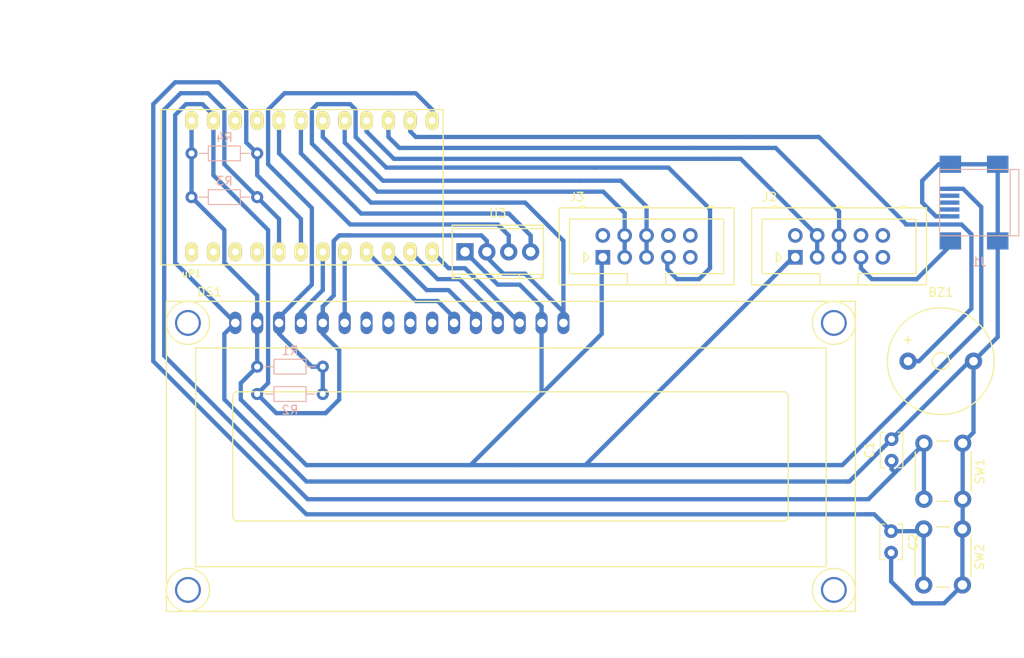
<source format=kicad_pcb>
(kicad_pcb (version 4) (host pcbnew 4.0.7)

  (general
    (links 56)
    (no_connects 1)
    (area 18.185001 18.89 137.260001 94.615001)
    (thickness 1.6)
    (drawings 6)
    (tracks 299)
    (zones 0)
    (modules 15)
    (nets 40)
  )

  (page A4)
  (title_block
    (title "Velocimetro - Controle Analógico")
    (date 2017-11-12)
    (company "Julio Cesar Ferreira Lima")
  )

  (layers
    (0 F.Cu signal)
    (31 B.Cu signal)
    (32 B.Adhes user)
    (33 F.Adhes user)
    (34 B.Paste user)
    (35 F.Paste user)
    (36 B.SilkS user)
    (37 F.SilkS user)
    (38 B.Mask user)
    (39 F.Mask user)
    (40 Dwgs.User user)
    (41 Cmts.User user)
    (42 Eco1.User user)
    (43 Eco2.User user)
    (44 Edge.Cuts user)
    (45 Margin user)
    (46 B.CrtYd user)
    (47 F.CrtYd user)
    (48 B.Fab user)
    (49 F.Fab user)
  )

  (setup
    (last_trace_width 0.5)
    (user_trace_width 0.5)
    (user_trace_width 1)
    (trace_clearance 0.2)
    (zone_clearance 0.508)
    (zone_45_only no)
    (trace_min 0.25)
    (segment_width 0.2)
    (edge_width 0.1)
    (via_size 0.6)
    (via_drill 0.4)
    (via_min_size 0.4)
    (via_min_drill 0.3)
    (uvia_size 0.3)
    (uvia_drill 0.1)
    (uvias_allowed no)
    (uvia_min_size 0.2)
    (uvia_min_drill 0.1)
    (pcb_text_width 0.3)
    (pcb_text_size 1.5 1.5)
    (mod_edge_width 0.15)
    (mod_text_size 1 1)
    (mod_text_width 0.15)
    (pad_size 1.5 1.5)
    (pad_drill 0.6)
    (pad_to_mask_clearance 0)
    (aux_axis_origin 0 0)
    (visible_elements 7FFFFFFF)
    (pcbplotparams
      (layerselection 0x00030_80000001)
      (usegerberextensions false)
      (excludeedgelayer true)
      (linewidth 0.100000)
      (plotframeref false)
      (viasonmask false)
      (mode 1)
      (useauxorigin false)
      (hpglpennumber 1)
      (hpglpenspeed 20)
      (hpglpendiameter 15)
      (hpglpenoverlay 2)
      (psnegative false)
      (psa4output false)
      (plotreference true)
      (plotvalue true)
      (plotinvisibletext false)
      (padsonsilk false)
      (subtractmaskfromsilk false)
      (outputformat 1)
      (mirror false)
      (drillshape 1)
      (scaleselection 1)
      (outputdirectory ""))
  )

  (net 0 "")
  (net 1 buzzer)
  (net 2 GND)
  (net 3 +5V)
  (net 4 v0)
  (net 5 rs)
  (net 6 e)
  (net 7 "Net-(DS1-Pad7)")
  (net 8 "Net-(DS1-Pad8)")
  (net 9 "Net-(DS1-Pad9)")
  (net 10 "Net-(DS1-Pad10)")
  (net 11 d4)
  (net 12 d5)
  (net 13 d6)
  (net 14 d7)
  (net 15 btn-1)
  (net 16 btn-2)
  (net 17 uS01-2)
  (net 18 uS01-3)
  (net 19 uS02-2)
  (net 20 uS02-3)
  (net 21 blue-TXD)
  (net 22 blue-RXD)
  (net 23 "Net-(uP1-Pad1)")
  (net 24 "Net-(uP1-Pad2)")
  (net 25 "Net-(uP1-Pad3)")
  (net 26 "Net-(uP1-Pad21)")
  (net 27 "Net-(uP1-Pad22)")
  (net 28 "Net-(J1-Pad2)")
  (net 29 "Net-(J1-Pad3)")
  (net 30 "Net-(J1-Pad4)")
  (net 31 "Net-(uP1-Pad4)")
  (net 32 "Net-(J2-Pad2)")
  (net 33 "Net-(J2-Pad8)")
  (net 34 "Net-(J2-Pad9)")
  (net 35 "Net-(J2-Pad10)")
  (net 36 "Net-(J3-Pad2)")
  (net 37 "Net-(J3-Pad8)")
  (net 38 "Net-(J3-Pad9)")
  (net 39 "Net-(J3-Pad10)")

  (net_class Default "This is the default net class."
    (clearance 0.2)
    (trace_width 0.25)
    (via_dia 0.6)
    (via_drill 0.4)
    (uvia_dia 0.3)
    (uvia_drill 0.1)
    (add_net +5V)
    (add_net GND)
    (add_net "Net-(DS1-Pad10)")
    (add_net "Net-(DS1-Pad7)")
    (add_net "Net-(DS1-Pad8)")
    (add_net "Net-(DS1-Pad9)")
    (add_net "Net-(J1-Pad2)")
    (add_net "Net-(J1-Pad3)")
    (add_net "Net-(J1-Pad4)")
    (add_net "Net-(J2-Pad10)")
    (add_net "Net-(J2-Pad2)")
    (add_net "Net-(J2-Pad8)")
    (add_net "Net-(J2-Pad9)")
    (add_net "Net-(J3-Pad10)")
    (add_net "Net-(J3-Pad2)")
    (add_net "Net-(J3-Pad8)")
    (add_net "Net-(J3-Pad9)")
    (add_net "Net-(uP1-Pad1)")
    (add_net "Net-(uP1-Pad2)")
    (add_net "Net-(uP1-Pad21)")
    (add_net "Net-(uP1-Pad22)")
    (add_net "Net-(uP1-Pad3)")
    (add_net "Net-(uP1-Pad4)")
    (add_net blue-RXD)
    (add_net blue-TXD)
    (add_net btn-1)
    (add_net btn-2)
    (add_net buzzer)
    (add_net d4)
    (add_net d5)
    (add_net d6)
    (add_net d7)
    (add_net e)
    (add_net rs)
    (add_net uS01-2)
    (add_net uS01-3)
    (add_net uS02-2)
    (add_net uS02-3)
    (add_net v0)
  )

  (net_class med ""
    (clearance 0.2)
    (trace_width 0.5)
    (via_dia 0.6)
    (via_drill 0.4)
    (uvia_dia 0.3)
    (uvia_drill 0.1)
  )

  (module Connectors:USB_Mini-B (layer B.Cu) (tedit 5543E571) (tstamp 5A083AE1)
    (at 131.445 41.91 180)
    (descr "USB Mini-B 5-pin SMD connector")
    (tags "USB USB_B USB_Mini connector")
    (path /5A07E96A)
    (attr smd)
    (fp_text reference J1 (at -0.65 -6.9 180) (layer B.SilkS)
      (effects (font (size 1 1) (thickness 0.15)) (justify mirror))
    )
    (fp_text value USB_OTG (at -0.65 7.1 180) (layer B.Fab)
      (effects (font (size 1 1) (thickness 0.15)) (justify mirror))
    )
    (fp_line (start -5.5 5.7) (end 4.2 5.7) (layer B.CrtYd) (width 0.05))
    (fp_line (start 4.2 5.7) (end 4.2 -5.7) (layer B.CrtYd) (width 0.05))
    (fp_line (start 4.2 -5.7) (end -5.5 -5.7) (layer B.CrtYd) (width 0.05))
    (fp_line (start -5.5 -5.7) (end -5.5 5.7) (layer B.CrtYd) (width 0.05))
    (fp_line (start -4.25 3.85) (end -4.25 -3.85) (layer B.SilkS) (width 0.12))
    (fp_line (start -5.25 3.85) (end -5.25 -3.85) (layer B.SilkS) (width 0.12))
    (fp_line (start -5.25 -3.85) (end 3.95 -3.85) (layer B.SilkS) (width 0.12))
    (fp_line (start 3.95 -3.85) (end 3.95 3.85) (layer B.SilkS) (width 0.12))
    (fp_line (start 3.95 3.85) (end -5.25 3.85) (layer B.SilkS) (width 0.12))
    (pad 1 smd rect (at 2.8 1.6 180) (size 2.3 0.5) (layers B.Cu B.Paste B.Mask)
      (net 3 +5V))
    (pad 2 smd rect (at 2.8 0.8 180) (size 2.3 0.5) (layers B.Cu B.Paste B.Mask)
      (net 28 "Net-(J1-Pad2)"))
    (pad 3 smd rect (at 2.8 0 180) (size 2.3 0.5) (layers B.Cu B.Paste B.Mask)
      (net 29 "Net-(J1-Pad3)"))
    (pad 4 smd rect (at 2.8 -0.8 180) (size 2.3 0.5) (layers B.Cu B.Paste B.Mask)
      (net 30 "Net-(J1-Pad4)"))
    (pad 5 smd rect (at 2.8 -1.6 180) (size 2.3 0.5) (layers B.Cu B.Paste B.Mask)
      (net 2 GND))
    (pad 6 smd rect (at 2.7 4.45 180) (size 2.5 2) (layers B.Cu B.Paste B.Mask)
      (net 2 GND))
    (pad 6 smd rect (at -2.8 4.45 180) (size 2.5 2) (layers B.Cu B.Paste B.Mask)
      (net 2 GND))
    (pad 6 smd rect (at 2.7 -4.45 180) (size 2.5 2) (layers B.Cu B.Paste B.Mask)
      (net 2 GND))
    (pad 6 smd rect (at -2.8 -4.45 180) (size 2.5 2) (layers B.Cu B.Paste B.Mask)
      (net 2 GND))
    (pad "" np_thru_hole circle (at 0.2 2.2 180) (size 0.9 0.9) (drill 0.9) (layers *.Cu *.Mask))
    (pad "" np_thru_hole circle (at 0.2 -2.2 180) (size 0.9 0.9) (drill 0.9) (layers *.Cu *.Mask))
  )

  (module Displays:WC1602A (layer F.Cu) (tedit 5A087531) (tstamp 5A07B279)
    (at 45.72 55.88)
    (descr http://www.kamami.pl/dl/wc1602a0.pdf)
    (tags "LCD 16x2 Alphanumeric 16pin")
    (path /59FCD203)
    (fp_text reference DS1 (at -2.99974 -3.59918) (layer F.SilkS)
      (effects (font (size 1 1) (thickness 0.15)))
    )
    (fp_text value LCD16X2 (at 31.99892 15.49908) (layer F.Fab)
      (effects (font (size 1 1) (thickness 0.15)))
    )
    (fp_line (start 0.20066 8.001) (end 63.70066 8.001) (layer F.SilkS) (width 0.15))
    (fp_line (start -0.29972 22.49932) (end -0.29972 8.49884) (layer F.SilkS) (width 0.15))
    (fp_line (start 63.70066 22.9997) (end 0.20066 22.9997) (layer F.SilkS) (width 0.15))
    (fp_line (start 64.20104 8.49884) (end 64.20104 22.49932) (layer F.SilkS) (width 0.15))
    (fp_arc (start 63.70066 8.49884) (end 63.70066 8.001) (angle 90) (layer F.SilkS) (width 0.15))
    (fp_arc (start 63.70066 22.49932) (end 64.20104 22.49932) (angle 90) (layer F.SilkS) (width 0.15))
    (fp_arc (start 0.20066 22.49932) (end 0.20066 22.9997) (angle 90) (layer F.SilkS) (width 0.15))
    (fp_arc (start 0.20066 8.49884) (end -0.29972 8.49884) (angle 90) (layer F.SilkS) (width 0.15))
    (fp_line (start -4.59994 2.90068) (end 68.60032 2.90068) (layer F.SilkS) (width 0.15))
    (fp_line (start 68.60032 2.90068) (end 68.60032 28.30068) (layer F.SilkS) (width 0.15))
    (fp_line (start 68.60032 28.30068) (end -4.59994 28.30068) (layer F.SilkS) (width 0.15))
    (fp_line (start -4.59994 28.30068) (end -4.59994 2.90068) (layer F.SilkS) (width 0.15))
    (fp_circle (center 69.49948 0) (end 71.99884 0) (layer F.SilkS) (width 0.15))
    (fp_circle (center 69.49948 31.0007) (end 71.99884 31.0007) (layer F.SilkS) (width 0.15))
    (fp_circle (center -5.4991 31.0007) (end -8.001 31.0007) (layer F.SilkS) (width 0.15))
    (fp_circle (center -5.4991 0) (end -2.99974 0) (layer F.SilkS) (width 0.15))
    (fp_line (start -8.001 -2.49936) (end 71.99884 -2.49936) (layer F.SilkS) (width 0.15))
    (fp_line (start 71.99884 -2.49936) (end 71.99884 33.50006) (layer F.SilkS) (width 0.15))
    (fp_line (start 71.99884 33.50006) (end -8.001 33.50006) (layer F.SilkS) (width 0.15))
    (fp_line (start -8.001 33.50006) (end -8.001 -2.49936) (layer F.SilkS) (width 0.15))
    (pad 1 thru_hole oval (at 0 0) (size 1.4 2.6) (drill 1) (layers *.Cu *.Mask)
      (net 2 GND))
    (pad 2 thru_hole oval (at 2.54 0) (size 1.4 2.6) (drill 1) (layers *.Cu *.Mask)
      (net 3 +5V))
    (pad 3 thru_hole oval (at 5.08 0) (size 1.4 2.6) (drill 1) (layers *.Cu *.Mask)
      (net 4 v0))
    (pad 4 thru_hole oval (at 7.62 0) (size 1.4 2.6) (drill 1) (layers *.Cu *.Mask)
      (net 5 rs))
    (pad 5 thru_hole oval (at 10.16 0) (size 1.4 2.6) (drill 1) (layers *.Cu *.Mask)
      (net 2 GND))
    (pad 6 thru_hole oval (at 12.7 0) (size 1.4 2.6) (drill 1) (layers *.Cu *.Mask)
      (net 6 e))
    (pad 7 thru_hole oval (at 15.24 0) (size 1.4 2.6) (drill 1) (layers *.Cu *.Mask)
      (net 7 "Net-(DS1-Pad7)"))
    (pad 8 thru_hole oval (at 17.78 0) (size 1.4 2.6) (drill 1) (layers *.Cu *.Mask)
      (net 8 "Net-(DS1-Pad8)"))
    (pad 9 thru_hole oval (at 20.32 0) (size 1.4 2.6) (drill 1) (layers *.Cu *.Mask)
      (net 9 "Net-(DS1-Pad9)"))
    (pad 10 thru_hole oval (at 22.86 0) (size 1.4 2.6) (drill 1) (layers *.Cu *.Mask)
      (net 10 "Net-(DS1-Pad10)"))
    (pad 11 thru_hole oval (at 25.4 0) (size 1.4 2.6) (drill 1) (layers *.Cu *.Mask)
      (net 11 d4))
    (pad 12 thru_hole oval (at 27.94 0) (size 1.4 2.6) (drill 1) (layers *.Cu *.Mask)
      (net 12 d5))
    (pad 13 thru_hole oval (at 30.48 0) (size 1.4 2.6) (drill 1) (layers *.Cu *.Mask)
      (net 13 d6))
    (pad 14 thru_hole oval (at 33.02 0) (size 1.4 2.6) (drill 1) (layers *.Cu *.Mask)
      (net 14 d7))
    (pad 15 thru_hole oval (at 35.56 0) (size 1.4 2.6) (drill 1) (layers *.Cu *.Mask)
      (net 3 +5V))
    (pad 16 thru_hole oval (at 38.1 0) (size 1.4 2.6) (drill 1) (layers *.Cu *.Mask)
      (net 2 GND))
    (pad 0 thru_hole circle (at -5.4991 0) (size 3 3) (drill 2.5) (layers *.Cu *.Mask))
    (pad 0 thru_hole circle (at -5.4991 31.0007) (size 3 3) (drill 2.5) (layers *.Cu *.Mask))
    (pad 0 thru_hole circle (at 69.49948 31.0007) (size 3 3) (drill 2.5) (layers *.Cu *.Mask))
    (pad 0 thru_hole circle (at 69.49948 0) (size 3 3) (drill 2.5) (layers *.Cu *.Mask))
  )

  (module mysensors_arduino:pro_mini (layer F.Cu) (tedit 55A3E6CB) (tstamp 5A07B2E2)
    (at 54.61 40.005)
    (descr "IC, ARDUINO_PRO_MINI x 0,6\"")
    (tags "DIL ARDUINO PRO MINI")
    (path /5A07BFF0)
    (fp_text reference uP1 (at -13.97 10.16) (layer F.SilkS)
      (effects (font (size 0.8 0.8) (thickness 0.16)))
    )
    (fp_text value arduino_pro_mini (at 0 0) (layer F.Fab) hide
      (effects (font (size 0.8 0.8) (thickness 0.16)))
    )
    (fp_line (start 15.24 9.144) (end 15.24 -8.89) (layer F.SilkS) (width 0.15))
    (fp_line (start -17.526 -8.89) (end -17.526 9.144) (layer F.SilkS) (width 0.15))
    (fp_line (start 15.24 9.144) (end -17.526 9.144) (layer F.SilkS) (width 0.15))
    (fp_line (start -17.526 -8.89) (end 15.24 -8.89) (layer F.SilkS) (width 0.15))
    (pad 1 thru_hole oval (at -13.97 7.62) (size 1.50114 2.19964) (drill 0.8001) (layers *.Cu *.Mask F.SilkS)
      (net 23 "Net-(uP1-Pad1)"))
    (pad 2 thru_hole oval (at -11.43 7.62) (size 1.50114 2.19964) (drill 0.8001) (layers *.Cu *.Mask F.SilkS)
      (net 24 "Net-(uP1-Pad2)"))
    (pad 3 thru_hole oval (at -8.89 7.62) (size 1.50114 2.19964) (drill 0.8001) (layers *.Cu *.Mask F.SilkS)
      (net 25 "Net-(uP1-Pad3)"))
    (pad 4 thru_hole oval (at -6.35 7.62) (size 1.50114 2.19964) (drill 0.8001) (layers *.Cu *.Mask F.SilkS)
      (net 31 "Net-(uP1-Pad4)"))
    (pad 5 thru_hole oval (at -3.81 7.62) (size 1.50114 2.19964) (drill 0.8001) (layers *.Cu *.Mask F.SilkS)
      (net 15 btn-1))
    (pad 6 thru_hole oval (at -1.27 7.62) (size 1.50114 2.19964) (drill 0.8001) (layers *.Cu *.Mask F.SilkS)
      (net 16 btn-2))
    (pad 7 thru_hole oval (at 1.27 7.62) (size 1.50114 2.19964) (drill 0.8001) (layers *.Cu *.Mask F.SilkS)
      (net 5 rs))
    (pad 8 thru_hole oval (at 3.81 7.62) (size 1.50114 2.19964) (drill 0.8001) (layers *.Cu *.Mask F.SilkS)
      (net 6 e))
    (pad 9 thru_hole oval (at 6.35 7.62) (size 1.50114 2.19964) (drill 0.8001) (layers *.Cu *.Mask F.SilkS)
      (net 11 d4))
    (pad 10 thru_hole oval (at 8.89 7.62) (size 1.50114 2.19964) (drill 0.8001) (layers *.Cu *.Mask F.SilkS)
      (net 12 d5))
    (pad 11 thru_hole oval (at 11.43 7.62) (size 1.50114 2.19964) (drill 0.8001) (layers *.Cu *.Mask F.SilkS)
      (net 13 d6))
    (pad 12 thru_hole oval (at 13.97 7.62) (size 1.50114 2.19964) (drill 0.8001) (layers *.Cu *.Mask F.SilkS)
      (net 14 d7))
    (pad 13 thru_hole oval (at 13.97 -7.62) (size 1.50114 2.19964) (drill 0.8001) (layers *.Cu *.Mask F.SilkS)
      (net 4 v0))
    (pad 14 thru_hole oval (at 11.43 -7.62) (size 1.50114 2.19964) (drill 0.8001) (layers *.Cu *.Mask F.SilkS)
      (net 1 buzzer))
    (pad 15 thru_hole oval (at 8.89 -7.62) (size 1.50114 2.19964) (drill 0.8001) (layers *.Cu *.Mask F.SilkS)
      (net 18 uS01-3))
    (pad 16 thru_hole oval (at 6.35 -7.62) (size 1.50114 2.19964) (drill 0.8001) (layers *.Cu *.Mask F.SilkS)
      (net 17 uS01-2))
    (pad 17 thru_hole oval (at 3.81 -7.62) (size 1.50114 2.19964) (drill 0.8001) (layers *.Cu *.Mask F.SilkS)
      (net 20 uS02-3))
    (pad 18 thru_hole oval (at 1.27 -7.62) (size 1.50114 2.19964) (drill 0.8001) (layers *.Cu *.Mask F.SilkS)
      (net 19 uS02-2))
    (pad 19 thru_hole oval (at -1.27 -7.62) (size 1.50114 2.19964) (drill 0.8001) (layers *.Cu *.Mask F.SilkS)
      (net 22 blue-RXD))
    (pad 20 thru_hole oval (at -3.81 -7.62) (size 1.50114 2.19964) (drill 0.8001) (layers *.Cu *.Mask F.SilkS)
      (net 21 blue-TXD))
    (pad 21 thru_hole oval (at -6.35 -7.62) (size 1.50114 2.19964) (drill 0.8001) (layers *.Cu *.Mask F.SilkS)
      (net 26 "Net-(uP1-Pad21)"))
    (pad 22 thru_hole oval (at -8.89 -7.62) (size 1.50114 2.19964) (drill 0.8001) (layers *.Cu *.Mask F.SilkS)
      (net 27 "Net-(uP1-Pad22)"))
    (pad 23 thru_hole oval (at -11.43 -7.62) (size 1.50114 2.19964) (drill 0.8001) (layers *.Cu *.Mask F.SilkS)
      (net 2 GND))
    (pad 24 thru_hole oval (at -13.97 -7.62) (size 1.50114 2.19964) (drill 0.8001) (layers *.Cu *.Mask F.SilkS)
      (net 3 +5V))
    (model Socket_Strips.3dshapes/Socket_Strip_Straight_1x02.wrl
      (at (xyz -0.15 0.2 0))
      (scale (xyz 1 1 1))
      (rotate (xyz 0 0 0))
    )
    (model Socket_Strips.3dshapes/Socket_Strip_Straight_1x03.wrl
      (at (xyz 0.55 0.1 0))
      (scale (xyz 1 1 1))
      (rotate (xyz 0 0 90))
    )
    (model Socket_Strips.3dshapes/Socket_Strip_Straight_1x12.wrl
      (at (xyz 0 0.3 0))
      (scale (xyz 1 1 1))
      (rotate (xyz 0 0 0))
    )
    (model Socket_Strips.3dshapes/Socket_Strip_Straight_1x12.wrl
      (at (xyz 0 -0.3 0))
      (scale (xyz 1 1 1))
      (rotate (xyz 0 0 0))
    )
    (model Socket_Strips.3dshapes/Socket_Strip_Straight_1x02.wrl
      (at (xyz 0.25 0.2 0))
      (scale (xyz 1 1 1))
      (rotate (xyz 0 0 0))
    )
    (model ${MYSLOCAL}/mysensors.3dshapes/mysensors_arduino.3dshapes/arduino_pro_mini.wrl
      (at (xyz -0.05 0 0.48))
      (scale (xyz 0.395 0.395 0.395))
      (rotate (xyz 0 0 180))
    )
    (model SMD_Packages.3dshapes/TQFP-32.wrl
      (at (xyz 0.05 0 0.5125))
      (scale (xyz 1 1 1))
      (rotate (xyz 0 0 315))
    )
    (model Pin_Headers.3dshapes/Pin_Header_Straight_1x12.wrl
      (at (xyz 0 -0.3 0.445))
      (scale (xyz 1 1 1))
      (rotate (xyz 0 180 0))
    )
    (model Pin_Headers.3dshapes/Pin_Header_Straight_1x12.wrl
      (at (xyz 0 0.3 0.445))
      (scale (xyz 1 1 1))
      (rotate (xyz 0 180 0))
    )
    (model Pin_Headers.3dshapes/Pin_Header_Straight_1x03.wrl
      (at (xyz 0.55 0.1 0.445))
      (scale (xyz 1 1 1))
      (rotate (xyz 0 180 90))
    )
    (model Pin_Headers.3dshapes/Pin_Header_Straight_1x02.wrl
      (at (xyz 0.25 0.2 0.445))
      (scale (xyz 1 1 1))
      (rotate (xyz 0 180 0))
    )
    (model Pin_Headers.3dshapes/Pin_Header_Straight_1x02.wrl
      (at (xyz -0.15 0.2 0.445))
      (scale (xyz 1 1 1))
      (rotate (xyz 0 180 0))
    )
    (model ${MYSLOCAL}/mysensors.3dshapes/w.lain.3dshapes/smd_leds/led_0603.wrl
      (at (xyz -0.3 0 0.5125))
      (scale (xyz 1 1 1))
      (rotate (xyz 0 0 0))
    )
    (model ${MYSLOCAL}/mysensors.3dshapes/w.lain.3dshapes/smd_leds/led_0603.wrl
      (at (xyz 0.55 -0.175 0.5125))
      (scale (xyz 1 1 1))
      (rotate (xyz 0 0 0))
    )
    (model Pin_Headers.3dshapes/Pin_Header_Angled_1x06.wrl
      (at (xyz -0.65 0 0.5125))
      (scale (xyz 1 1 1))
      (rotate (xyz 0 0 270))
    )
    (model Resistors_SMD.3dshapes/R_0603.wrl
      (at (xyz -0.3 -0.05 0.5125))
      (scale (xyz 1 1 1))
      (rotate (xyz 0 0 0))
    )
    (model Resistors_SMD.3dshapes/R_0603.wrl
      (at (xyz 0.55 -0.125 0.5125))
      (scale (xyz 1 1 1))
      (rotate (xyz 0 0 0))
    )
    (model Capacitors_SMD.3dshapes/C_0603.wrl
      (at (xyz -0.3 0.05 0.5125))
      (scale (xyz 1 1 1))
      (rotate (xyz 0 0 0))
    )
    (model Capacitors_Tantalum_SMD.3dshapes/TantalC_SizeS_EIA-3216.wrl
      (at (xyz -0.35 0.15 0.5125))
      (scale (xyz 1 1 1))
      (rotate (xyz 0 0 0))
    )
    (model Capacitors_Tantalum_SMD.3dshapes/TantalC_SizeS_EIA-3216.wrl
      (at (xyz -0.35 -0.15 0.5125))
      (scale (xyz 1 1 1))
      (rotate (xyz 0 0 0))
    )
    (model TO_SOT_Packages_SMD.3dshapes/SOT-23-5.wrl
      (at (xyz -0.4 0 0.5125))
      (scale (xyz 1 1 1))
      (rotate (xyz 0 0 90))
    )
    (model Capacitors_SMD.3dshapes/C_1210.wrl
      (at (xyz -0.5 0 0.5125))
      (scale (xyz 1 1 1))
      (rotate (xyz 0 0 90))
    )
  )

  (module Buzzers_Beepers:Buzzer_12x9.5RM7.6 (layer F.Cu) (tedit 5A0842AA) (tstamp 5A07B261)
    (at 127.635 60.325)
    (descr "Generic Buzzer, D12mm height 9.5mm with RM7.6mm")
    (tags buzzer)
    (path /5A078E0B)
    (fp_text reference BZ1 (at 0 -8.001) (layer F.SilkS)
      (effects (font (size 1 1) (thickness 0.15)))
    )
    (fp_text value Buzzer (at 0 3.175) (layer F.Fab)
      (effects (font (size 1 1) (thickness 0.15)))
    )
    (fp_circle (center 0 0) (end 1.00076 0) (layer F.SilkS) (width 0.15))
    (fp_text user + (at -3.81 -2.54) (layer F.SilkS)
      (effects (font (size 1 1) (thickness 0.15)))
    )
    (fp_circle (center 0 0) (end 6.20014 0) (layer F.SilkS) (width 0.15))
    (pad 1 thru_hole circle (at -3.79984 0) (size 2 2) (drill 1.00076) (layers *.Cu *.Mask)
      (net 1 buzzer))
    (pad 2 thru_hole circle (at 3.79984 0) (size 2 2) (drill 1.00076) (layers *.Cu *.Mask)
      (net 2 GND))
    (model Buzzers_Beepers.3dshapes/Buzzer_12x9.5RM7.6.wrl
      (at (xyz 0 0 0))
      (scale (xyz 4 4 4))
      (rotate (xyz 0 0 0))
    )
  )

  (module Resistors_THT:R_Axial_DIN0204_L3.6mm_D1.6mm_P7.62mm_Horizontal (layer B.Cu) (tedit 5874F706) (tstamp 5A07B27F)
    (at 55.88 60.96 180)
    (descr "Resistor, Axial_DIN0204 series, Axial, Horizontal, pin pitch=7.62mm, 0.16666666666666666W = 1/6W, length*diameter=3.6*1.6mm^2, http://cdn-reichelt.de/documents/datenblatt/B400/1_4W%23YAG.pdf")
    (tags "Resistor Axial_DIN0204 series Axial Horizontal pin pitch 7.62mm 0.16666666666666666W = 1/6W length 3.6mm diameter 1.6mm")
    (path /5A07D479)
    (fp_text reference R1 (at 3.81 1.86 180) (layer B.SilkS)
      (effects (font (size 1 1) (thickness 0.15)) (justify mirror))
    )
    (fp_text value 22k (at 3.81 -1.86 180) (layer B.Fab)
      (effects (font (size 1 1) (thickness 0.15)) (justify mirror))
    )
    (fp_line (start 2.01 0.8) (end 2.01 -0.8) (layer B.Fab) (width 0.1))
    (fp_line (start 2.01 -0.8) (end 5.61 -0.8) (layer B.Fab) (width 0.1))
    (fp_line (start 5.61 -0.8) (end 5.61 0.8) (layer B.Fab) (width 0.1))
    (fp_line (start 5.61 0.8) (end 2.01 0.8) (layer B.Fab) (width 0.1))
    (fp_line (start 0 0) (end 2.01 0) (layer B.Fab) (width 0.1))
    (fp_line (start 7.62 0) (end 5.61 0) (layer B.Fab) (width 0.1))
    (fp_line (start 1.95 0.86) (end 1.95 -0.86) (layer B.SilkS) (width 0.12))
    (fp_line (start 1.95 -0.86) (end 5.67 -0.86) (layer B.SilkS) (width 0.12))
    (fp_line (start 5.67 -0.86) (end 5.67 0.86) (layer B.SilkS) (width 0.12))
    (fp_line (start 5.67 0.86) (end 1.95 0.86) (layer B.SilkS) (width 0.12))
    (fp_line (start 0.88 0) (end 1.95 0) (layer B.SilkS) (width 0.12))
    (fp_line (start 6.74 0) (end 5.67 0) (layer B.SilkS) (width 0.12))
    (fp_line (start -0.95 1.15) (end -0.95 -1.15) (layer B.CrtYd) (width 0.05))
    (fp_line (start -0.95 -1.15) (end 8.6 -1.15) (layer B.CrtYd) (width 0.05))
    (fp_line (start 8.6 -1.15) (end 8.6 1.15) (layer B.CrtYd) (width 0.05))
    (fp_line (start 8.6 1.15) (end -0.95 1.15) (layer B.CrtYd) (width 0.05))
    (pad 1 thru_hole circle (at 0 0 180) (size 1.4 1.4) (drill 0.7) (layers *.Cu *.Mask)
      (net 4 v0))
    (pad 2 thru_hole oval (at 7.62 0 180) (size 1.4 1.4) (drill 0.7) (layers *.Cu *.Mask)
      (net 3 +5V))
    (model Resistors_THT.3dshapes/R_Axial_DIN0204_L3.6mm_D1.6mm_P7.62mm_Horizontal.wrl
      (at (xyz 0 0 0))
      (scale (xyz 0.393701 0.393701 0.393701))
      (rotate (xyz 0 0 0))
    )
  )

  (module Resistors_THT:R_Axial_DIN0204_L3.6mm_D1.6mm_P7.62mm_Horizontal (layer B.Cu) (tedit 5874F706) (tstamp 5A07B285)
    (at 48.26 64.135)
    (descr "Resistor, Axial_DIN0204 series, Axial, Horizontal, pin pitch=7.62mm, 0.16666666666666666W = 1/6W, length*diameter=3.6*1.6mm^2, http://cdn-reichelt.de/documents/datenblatt/B400/1_4W%23YAG.pdf")
    (tags "Resistor Axial_DIN0204 series Axial Horizontal pin pitch 7.62mm 0.16666666666666666W = 1/6W length 3.6mm diameter 1.6mm")
    (path /5A07D4BE)
    (fp_text reference R2 (at 3.81 1.86) (layer B.SilkS)
      (effects (font (size 1 1) (thickness 0.15)) (justify mirror))
    )
    (fp_text value 1k (at 3.81 -1.86) (layer B.Fab)
      (effects (font (size 1 1) (thickness 0.15)) (justify mirror))
    )
    (fp_line (start 2.01 0.8) (end 2.01 -0.8) (layer B.Fab) (width 0.1))
    (fp_line (start 2.01 -0.8) (end 5.61 -0.8) (layer B.Fab) (width 0.1))
    (fp_line (start 5.61 -0.8) (end 5.61 0.8) (layer B.Fab) (width 0.1))
    (fp_line (start 5.61 0.8) (end 2.01 0.8) (layer B.Fab) (width 0.1))
    (fp_line (start 0 0) (end 2.01 0) (layer B.Fab) (width 0.1))
    (fp_line (start 7.62 0) (end 5.61 0) (layer B.Fab) (width 0.1))
    (fp_line (start 1.95 0.86) (end 1.95 -0.86) (layer B.SilkS) (width 0.12))
    (fp_line (start 1.95 -0.86) (end 5.67 -0.86) (layer B.SilkS) (width 0.12))
    (fp_line (start 5.67 -0.86) (end 5.67 0.86) (layer B.SilkS) (width 0.12))
    (fp_line (start 5.67 0.86) (end 1.95 0.86) (layer B.SilkS) (width 0.12))
    (fp_line (start 0.88 0) (end 1.95 0) (layer B.SilkS) (width 0.12))
    (fp_line (start 6.74 0) (end 5.67 0) (layer B.SilkS) (width 0.12))
    (fp_line (start -0.95 1.15) (end -0.95 -1.15) (layer B.CrtYd) (width 0.05))
    (fp_line (start -0.95 -1.15) (end 8.6 -1.15) (layer B.CrtYd) (width 0.05))
    (fp_line (start 8.6 -1.15) (end 8.6 1.15) (layer B.CrtYd) (width 0.05))
    (fp_line (start 8.6 1.15) (end -0.95 1.15) (layer B.CrtYd) (width 0.05))
    (pad 1 thru_hole circle (at 0 0) (size 1.4 1.4) (drill 0.7) (layers *.Cu *.Mask)
      (net 2 GND))
    (pad 2 thru_hole oval (at 7.62 0) (size 1.4 1.4) (drill 0.7) (layers *.Cu *.Mask)
      (net 4 v0))
    (model Resistors_THT.3dshapes/R_Axial_DIN0204_L3.6mm_D1.6mm_P7.62mm_Horizontal.wrl
      (at (xyz 0 0 0))
      (scale (xyz 0.393701 0.393701 0.393701))
      (rotate (xyz 0 0 0))
    )
  )

  (module Resistors_THT:R_Axial_DIN0204_L3.6mm_D1.6mm_P7.62mm_Horizontal (layer B.Cu) (tedit 5874F706) (tstamp 5A07B28B)
    (at 48.26 41.275 180)
    (descr "Resistor, Axial_DIN0204 series, Axial, Horizontal, pin pitch=7.62mm, 0.16666666666666666W = 1/6W, length*diameter=3.6*1.6mm^2, http://cdn-reichelt.de/documents/datenblatt/B400/1_4W%23YAG.pdf")
    (tags "Resistor Axial_DIN0204 series Axial Horizontal pin pitch 7.62mm 0.16666666666666666W = 1/6W length 3.6mm diameter 1.6mm")
    (path /59FD0C09)
    (fp_text reference R3 (at 3.81 1.86 180) (layer B.SilkS)
      (effects (font (size 1 1) (thickness 0.15)) (justify mirror))
    )
    (fp_text value 1k (at 3.81 -1.86 180) (layer B.Fab)
      (effects (font (size 1 1) (thickness 0.15)) (justify mirror))
    )
    (fp_line (start 2.01 0.8) (end 2.01 -0.8) (layer B.Fab) (width 0.1))
    (fp_line (start 2.01 -0.8) (end 5.61 -0.8) (layer B.Fab) (width 0.1))
    (fp_line (start 5.61 -0.8) (end 5.61 0.8) (layer B.Fab) (width 0.1))
    (fp_line (start 5.61 0.8) (end 2.01 0.8) (layer B.Fab) (width 0.1))
    (fp_line (start 0 0) (end 2.01 0) (layer B.Fab) (width 0.1))
    (fp_line (start 7.62 0) (end 5.61 0) (layer B.Fab) (width 0.1))
    (fp_line (start 1.95 0.86) (end 1.95 -0.86) (layer B.SilkS) (width 0.12))
    (fp_line (start 1.95 -0.86) (end 5.67 -0.86) (layer B.SilkS) (width 0.12))
    (fp_line (start 5.67 -0.86) (end 5.67 0.86) (layer B.SilkS) (width 0.12))
    (fp_line (start 5.67 0.86) (end 1.95 0.86) (layer B.SilkS) (width 0.12))
    (fp_line (start 0.88 0) (end 1.95 0) (layer B.SilkS) (width 0.12))
    (fp_line (start 6.74 0) (end 5.67 0) (layer B.SilkS) (width 0.12))
    (fp_line (start -0.95 1.15) (end -0.95 -1.15) (layer B.CrtYd) (width 0.05))
    (fp_line (start -0.95 -1.15) (end 8.6 -1.15) (layer B.CrtYd) (width 0.05))
    (fp_line (start 8.6 -1.15) (end 8.6 1.15) (layer B.CrtYd) (width 0.05))
    (fp_line (start 8.6 1.15) (end -0.95 1.15) (layer B.CrtYd) (width 0.05))
    (pad 1 thru_hole circle (at 0 0 180) (size 1.4 1.4) (drill 0.7) (layers *.Cu *.Mask)
      (net 15 btn-1))
    (pad 2 thru_hole oval (at 7.62 0 180) (size 1.4 1.4) (drill 0.7) (layers *.Cu *.Mask)
      (net 3 +5V))
    (model Resistors_THT.3dshapes/R_Axial_DIN0204_L3.6mm_D1.6mm_P7.62mm_Horizontal.wrl
      (at (xyz 0 0 0))
      (scale (xyz 0.393701 0.393701 0.393701))
      (rotate (xyz 0 0 0))
    )
  )

  (module Resistors_THT:R_Axial_DIN0204_L3.6mm_D1.6mm_P7.62mm_Horizontal (layer B.Cu) (tedit 5874F706) (tstamp 5A07B291)
    (at 48.26 36.195 180)
    (descr "Resistor, Axial_DIN0204 series, Axial, Horizontal, pin pitch=7.62mm, 0.16666666666666666W = 1/6W, length*diameter=3.6*1.6mm^2, http://cdn-reichelt.de/documents/datenblatt/B400/1_4W%23YAG.pdf")
    (tags "Resistor Axial_DIN0204 series Axial Horizontal pin pitch 7.62mm 0.16666666666666666W = 1/6W length 3.6mm diameter 1.6mm")
    (path /59FD0C95)
    (fp_text reference R4 (at 3.81 1.86 180) (layer B.SilkS)
      (effects (font (size 1 1) (thickness 0.15)) (justify mirror))
    )
    (fp_text value 1k (at 3.81 -1.86 180) (layer B.Fab)
      (effects (font (size 1 1) (thickness 0.15)) (justify mirror))
    )
    (fp_line (start 2.01 0.8) (end 2.01 -0.8) (layer B.Fab) (width 0.1))
    (fp_line (start 2.01 -0.8) (end 5.61 -0.8) (layer B.Fab) (width 0.1))
    (fp_line (start 5.61 -0.8) (end 5.61 0.8) (layer B.Fab) (width 0.1))
    (fp_line (start 5.61 0.8) (end 2.01 0.8) (layer B.Fab) (width 0.1))
    (fp_line (start 0 0) (end 2.01 0) (layer B.Fab) (width 0.1))
    (fp_line (start 7.62 0) (end 5.61 0) (layer B.Fab) (width 0.1))
    (fp_line (start 1.95 0.86) (end 1.95 -0.86) (layer B.SilkS) (width 0.12))
    (fp_line (start 1.95 -0.86) (end 5.67 -0.86) (layer B.SilkS) (width 0.12))
    (fp_line (start 5.67 -0.86) (end 5.67 0.86) (layer B.SilkS) (width 0.12))
    (fp_line (start 5.67 0.86) (end 1.95 0.86) (layer B.SilkS) (width 0.12))
    (fp_line (start 0.88 0) (end 1.95 0) (layer B.SilkS) (width 0.12))
    (fp_line (start 6.74 0) (end 5.67 0) (layer B.SilkS) (width 0.12))
    (fp_line (start -0.95 1.15) (end -0.95 -1.15) (layer B.CrtYd) (width 0.05))
    (fp_line (start -0.95 -1.15) (end 8.6 -1.15) (layer B.CrtYd) (width 0.05))
    (fp_line (start 8.6 -1.15) (end 8.6 1.15) (layer B.CrtYd) (width 0.05))
    (fp_line (start 8.6 1.15) (end -0.95 1.15) (layer B.CrtYd) (width 0.05))
    (pad 1 thru_hole circle (at 0 0 180) (size 1.4 1.4) (drill 0.7) (layers *.Cu *.Mask)
      (net 16 btn-2))
    (pad 2 thru_hole oval (at 7.62 0 180) (size 1.4 1.4) (drill 0.7) (layers *.Cu *.Mask)
      (net 3 +5V))
    (model Resistors_THT.3dshapes/R_Axial_DIN0204_L3.6mm_D1.6mm_P7.62mm_Horizontal.wrl
      (at (xyz 0 0 0))
      (scale (xyz 0.393701 0.393701 0.393701))
      (rotate (xyz 0 0 0))
    )
  )

  (module Buttons_Switches_THT:SW_PUSH_6mm (layer F.Cu) (tedit 58134C96) (tstamp 5A07B299)
    (at 130.175 69.85 270)
    (descr https://www.omron.com/ecb/products/pdf/en-b3f.pdf)
    (tags "tact sw push 6mm")
    (path /59FD070F)
    (fp_text reference SW1 (at 3.25 -2 270) (layer F.SilkS)
      (effects (font (size 1 1) (thickness 0.15)))
    )
    (fp_text value SW_DIP_x01 (at 3.75 6.7 270) (layer F.Fab)
      (effects (font (size 1 1) (thickness 0.15)))
    )
    (fp_line (start 3.25 -0.75) (end 6.25 -0.75) (layer F.Fab) (width 0.1))
    (fp_line (start 6.25 -0.75) (end 6.25 5.25) (layer F.Fab) (width 0.1))
    (fp_line (start 6.25 5.25) (end 0.25 5.25) (layer F.Fab) (width 0.1))
    (fp_line (start 0.25 5.25) (end 0.25 -0.75) (layer F.Fab) (width 0.1))
    (fp_line (start 0.25 -0.75) (end 3.25 -0.75) (layer F.Fab) (width 0.1))
    (fp_line (start 7.75 6) (end 8 6) (layer F.CrtYd) (width 0.05))
    (fp_line (start 8 6) (end 8 5.75) (layer F.CrtYd) (width 0.05))
    (fp_line (start 7.75 -1.5) (end 8 -1.5) (layer F.CrtYd) (width 0.05))
    (fp_line (start 8 -1.5) (end 8 -1.25) (layer F.CrtYd) (width 0.05))
    (fp_line (start -1.5 -1.25) (end -1.5 -1.5) (layer F.CrtYd) (width 0.05))
    (fp_line (start -1.5 -1.5) (end -1.25 -1.5) (layer F.CrtYd) (width 0.05))
    (fp_line (start -1.5 5.75) (end -1.5 6) (layer F.CrtYd) (width 0.05))
    (fp_line (start -1.5 6) (end -1.25 6) (layer F.CrtYd) (width 0.05))
    (fp_line (start -1.25 -1.5) (end 7.75 -1.5) (layer F.CrtYd) (width 0.05))
    (fp_line (start -1.5 5.75) (end -1.5 -1.25) (layer F.CrtYd) (width 0.05))
    (fp_line (start 7.75 6) (end -1.25 6) (layer F.CrtYd) (width 0.05))
    (fp_line (start 8 -1.25) (end 8 5.75) (layer F.CrtYd) (width 0.05))
    (fp_line (start 1 5.5) (end 5.5 5.5) (layer F.SilkS) (width 0.15))
    (fp_line (start -0.25 1.5) (end -0.25 3) (layer F.SilkS) (width 0.15))
    (fp_line (start 5.5 -1) (end 1 -1) (layer F.SilkS) (width 0.15))
    (fp_line (start 6.75 3) (end 6.75 1.5) (layer F.SilkS) (width 0.15))
    (fp_circle (center 3.25 2.25) (end 1.25 2.5) (layer F.Fab) (width 0.1))
    (pad 2 thru_hole circle (at 0 4.5) (size 2 2) (drill 1.1) (layers *.Cu *.Mask)
      (net 15 btn-1))
    (pad 1 thru_hole circle (at 0 0) (size 2 2) (drill 1.1) (layers *.Cu *.Mask)
      (net 2 GND))
    (pad 2 thru_hole circle (at 6.5 4.5) (size 2 2) (drill 1.1) (layers *.Cu *.Mask)
      (net 15 btn-1))
    (pad 1 thru_hole circle (at 6.5 0) (size 2 2) (drill 1.1) (layers *.Cu *.Mask)
      (net 2 GND))
    (model Buttons_Switches_THT.3dshapes/SW_PUSH_6mm.wrl
      (at (xyz 0.005 0 0))
      (scale (xyz 0.3937 0.3937 0.3937))
      (rotate (xyz 0 0 0))
    )
  )

  (module Buttons_Switches_THT:SW_PUSH_6mm (layer F.Cu) (tedit 58134C96) (tstamp 5A07B2A1)
    (at 130.1496 79.8068 270)
    (descr https://www.omron.com/ecb/products/pdf/en-b3f.pdf)
    (tags "tact sw push 6mm")
    (path /59FD076F)
    (fp_text reference SW2 (at 3.25 -2 270) (layer F.SilkS)
      (effects (font (size 1 1) (thickness 0.15)))
    )
    (fp_text value SW_DIP_x01 (at 3.75 6.7 270) (layer F.Fab)
      (effects (font (size 1 1) (thickness 0.15)))
    )
    (fp_line (start 3.25 -0.75) (end 6.25 -0.75) (layer F.Fab) (width 0.1))
    (fp_line (start 6.25 -0.75) (end 6.25 5.25) (layer F.Fab) (width 0.1))
    (fp_line (start 6.25 5.25) (end 0.25 5.25) (layer F.Fab) (width 0.1))
    (fp_line (start 0.25 5.25) (end 0.25 -0.75) (layer F.Fab) (width 0.1))
    (fp_line (start 0.25 -0.75) (end 3.25 -0.75) (layer F.Fab) (width 0.1))
    (fp_line (start 7.75 6) (end 8 6) (layer F.CrtYd) (width 0.05))
    (fp_line (start 8 6) (end 8 5.75) (layer F.CrtYd) (width 0.05))
    (fp_line (start 7.75 -1.5) (end 8 -1.5) (layer F.CrtYd) (width 0.05))
    (fp_line (start 8 -1.5) (end 8 -1.25) (layer F.CrtYd) (width 0.05))
    (fp_line (start -1.5 -1.25) (end -1.5 -1.5) (layer F.CrtYd) (width 0.05))
    (fp_line (start -1.5 -1.5) (end -1.25 -1.5) (layer F.CrtYd) (width 0.05))
    (fp_line (start -1.5 5.75) (end -1.5 6) (layer F.CrtYd) (width 0.05))
    (fp_line (start -1.5 6) (end -1.25 6) (layer F.CrtYd) (width 0.05))
    (fp_line (start -1.25 -1.5) (end 7.75 -1.5) (layer F.CrtYd) (width 0.05))
    (fp_line (start -1.5 5.75) (end -1.5 -1.25) (layer F.CrtYd) (width 0.05))
    (fp_line (start 7.75 6) (end -1.25 6) (layer F.CrtYd) (width 0.05))
    (fp_line (start 8 -1.25) (end 8 5.75) (layer F.CrtYd) (width 0.05))
    (fp_line (start 1 5.5) (end 5.5 5.5) (layer F.SilkS) (width 0.15))
    (fp_line (start -0.25 1.5) (end -0.25 3) (layer F.SilkS) (width 0.15))
    (fp_line (start 5.5 -1) (end 1 -1) (layer F.SilkS) (width 0.15))
    (fp_line (start 6.75 3) (end 6.75 1.5) (layer F.SilkS) (width 0.15))
    (fp_circle (center 3.25 2.25) (end 1.25 2.5) (layer F.Fab) (width 0.1))
    (pad 2 thru_hole circle (at 0 4.5) (size 2 2) (drill 1.1) (layers *.Cu *.Mask)
      (net 16 btn-2))
    (pad 1 thru_hole circle (at 0 0) (size 2 2) (drill 1.1) (layers *.Cu *.Mask)
      (net 2 GND))
    (pad 2 thru_hole circle (at 6.5 4.5) (size 2 2) (drill 1.1) (layers *.Cu *.Mask)
      (net 16 btn-2))
    (pad 1 thru_hole circle (at 6.5 0) (size 2 2) (drill 1.1) (layers *.Cu *.Mask)
      (net 2 GND))
    (model Buttons_Switches_THT.3dshapes/SW_PUSH_6mm.wrl
      (at (xyz 0.005 0 0))
      (scale (xyz 0.3937 0.3937 0.3937))
      (rotate (xyz 0 0 0))
    )
  )

  (module TerminalBlock_Phoenix:TerminalBlock_Phoenix_MPT-2.54mm_4pol (layer F.Cu) (tedit 5A086377) (tstamp 5A083B26)
    (at 72.39 47.625)
    (descr "4-way 2.54mm pitch terminal block, Phoenix MPT series")
    (path /5A07DA8E)
    (fp_text reference U3 (at 3.81 -4.50088) (layer F.SilkS)
      (effects (font (size 1 1) (thickness 0.15)))
    )
    (fp_text value HC-05 (at 3.81 4.50088) (layer F.Fab)
      (effects (font (size 1 1) (thickness 0.15)))
    )
    (fp_line (start -1.778 -3.302) (end 9.398 -3.302) (layer F.CrtYd) (width 0.05))
    (fp_line (start -1.778 3.302) (end -1.778 -3.302) (layer F.CrtYd) (width 0.05))
    (fp_line (start 9.398 3.302) (end -1.778 3.302) (layer F.CrtYd) (width 0.05))
    (fp_line (start 9.398 -3.302) (end 9.398 3.302) (layer F.CrtYd) (width 0.05))
    (fp_line (start 9.11098 -3.0988) (end -1.49098 -3.0988) (layer F.SilkS) (width 0.15))
    (fp_line (start -1.49098 -2.70002) (end 9.11098 -2.70002) (layer F.SilkS) (width 0.15))
    (fp_line (start -1.49098 2.60096) (end 9.11098 2.60096) (layer F.SilkS) (width 0.15))
    (fp_line (start 9.11098 3.0988) (end -1.49098 3.0988) (layer F.SilkS) (width 0.15))
    (fp_line (start 6.30682 2.60096) (end 6.30682 3.0988) (layer F.SilkS) (width 0.15))
    (fp_line (start 3.81 2.60096) (end 3.81 3.0988) (layer F.SilkS) (width 0.15))
    (fp_line (start -1.28778 3.0988) (end -1.28778 2.60096) (layer F.SilkS) (width 0.15))
    (fp_line (start 8.91032 2.60096) (end 8.91032 3.0988) (layer F.SilkS) (width 0.15))
    (fp_line (start 1.31318 3.0988) (end 1.31318 2.60096) (layer F.SilkS) (width 0.15))
    (fp_line (start 9.10844 3.0988) (end 9.10844 -3.0988) (layer F.SilkS) (width 0.15))
    (fp_line (start -1.4859 -3.0988) (end -1.4859 3.0988) (layer F.SilkS) (width 0.15))
    (pad 4 thru_hole oval (at 7.62 0 180) (size 1.99898 1.99898) (drill 1.09728) (layers *.Cu *.Mask)
      (net 22 blue-RXD))
    (pad 1 thru_hole rect (at 0 0 180) (size 1.99898 1.99898) (drill oval 1.09728) (layers *.Cu *.Mask)
      (net 3 +5V))
    (pad 2 thru_hole oval (at 2.54 0 180) (size 1.99898 1.99898) (drill 1.09728) (layers *.Cu *.Mask)
      (net 2 GND))
    (pad 3 thru_hole oval (at 5.08 0 180) (size 1.99898 1.99898) (drill 1.09728) (layers *.Cu *.Mask)
      (net 21 blue-TXD))
    (model Terminal_Blocks.3dshapes/TerminalBlock_Pheonix_MPT-2.54mm_4pol.wrl
      (at (xyz 0.15 0 0))
      (scale (xyz 1 1 1))
      (rotate (xyz 0 0 0))
    )
  )

  (module Capacitors_THT:C_Rect_L4.0mm_W2.5mm_P2.50mm (layer F.Cu) (tedit 5A0A51F2) (tstamp 5A0A51AB)
    (at 121.92 71.882 90)
    (descr "C, Rect series, Radial, pin pitch=2.50mm, , length*width=4*2.5mm^2, Capacitor")
    (tags "C Rect series Radial pin pitch 2.50mm  length 4mm width 2.5mm Capacitor")
    (path /5A0A4B20)
    (fp_text reference C1 (at 1.25 -2.56 90) (layer F.SilkS)
      (effects (font (size 1 1) (thickness 0.15)))
    )
    (fp_text value 100n (at 1.25 2.56 90) (layer F.Fab)
      (effects (font (size 1 1) (thickness 0.15)))
    )
    (fp_line (start -0.75 -1.25) (end -0.75 1.25) (layer F.Fab) (width 0.1))
    (fp_line (start -0.75 1.25) (end 3.25 1.25) (layer F.Fab) (width 0.1))
    (fp_line (start 3.25 1.25) (end 3.25 -1.25) (layer F.Fab) (width 0.1))
    (fp_line (start 3.25 -1.25) (end -0.75 -1.25) (layer F.Fab) (width 0.1))
    (fp_line (start -0.81 -1.31) (end 3.31 -1.31) (layer F.SilkS) (width 0.12))
    (fp_line (start -0.81 1.31) (end 3.31 1.31) (layer F.SilkS) (width 0.12))
    (fp_line (start -0.81 -1.31) (end -0.81 -0.75) (layer F.SilkS) (width 0.12))
    (fp_line (start -0.81 0.75) (end -0.81 1.31) (layer F.SilkS) (width 0.12))
    (fp_line (start 3.31 -1.31) (end 3.31 -0.75) (layer F.SilkS) (width 0.12))
    (fp_line (start 3.31 0.75) (end 3.31 1.31) (layer F.SilkS) (width 0.12))
    (fp_line (start -1.1 -1.6) (end -1.1 1.6) (layer F.CrtYd) (width 0.05))
    (fp_line (start -1.1 1.6) (end 3.6 1.6) (layer F.CrtYd) (width 0.05))
    (fp_line (start 3.6 1.6) (end 3.6 -1.6) (layer F.CrtYd) (width 0.05))
    (fp_line (start 3.6 -1.6) (end -1.1 -1.6) (layer F.CrtYd) (width 0.05))
    (fp_text user %R (at 1.25 0 270) (layer F.Fab)
      (effects (font (size 1 1) (thickness 0.15)))
    )
    (pad 1 thru_hole circle (at 0 0 90) (size 1.6 1.6) (drill 0.8) (layers *.Cu *.Mask)
      (net 15 btn-1))
    (pad 2 thru_hole circle (at 2.5 0 90) (size 1.6 1.6) (drill 0.8) (layers *.Cu *.Mask)
      (net 2 GND))
    (model ${KISYS3DMOD}/Capacitors_THT.3dshapes/C_Rect_L4.0mm_W2.5mm_P2.50mm.wrl
      (at (xyz 0 0 0))
      (scale (xyz 1 1 1))
      (rotate (xyz 0 0 0))
    )
  )

  (module Capacitors_THT:C_Rect_L4.0mm_W2.5mm_P2.50mm (layer F.Cu) (tedit 597BC7C2) (tstamp 5A0A51B1)
    (at 121.8692 80.0608 270)
    (descr "C, Rect series, Radial, pin pitch=2.50mm, , length*width=4*2.5mm^2, Capacitor")
    (tags "C Rect series Radial pin pitch 2.50mm  length 4mm width 2.5mm Capacitor")
    (path /5A0A4B9D)
    (fp_text reference C2 (at 1.25 -2.56 270) (layer F.SilkS)
      (effects (font (size 1 1) (thickness 0.15)))
    )
    (fp_text value 100n (at 1.25 2.56 270) (layer F.Fab)
      (effects (font (size 1 1) (thickness 0.15)))
    )
    (fp_line (start -0.75 -1.25) (end -0.75 1.25) (layer F.Fab) (width 0.1))
    (fp_line (start -0.75 1.25) (end 3.25 1.25) (layer F.Fab) (width 0.1))
    (fp_line (start 3.25 1.25) (end 3.25 -1.25) (layer F.Fab) (width 0.1))
    (fp_line (start 3.25 -1.25) (end -0.75 -1.25) (layer F.Fab) (width 0.1))
    (fp_line (start -0.81 -1.31) (end 3.31 -1.31) (layer F.SilkS) (width 0.12))
    (fp_line (start -0.81 1.31) (end 3.31 1.31) (layer F.SilkS) (width 0.12))
    (fp_line (start -0.81 -1.31) (end -0.81 -0.75) (layer F.SilkS) (width 0.12))
    (fp_line (start -0.81 0.75) (end -0.81 1.31) (layer F.SilkS) (width 0.12))
    (fp_line (start 3.31 -1.31) (end 3.31 -0.75) (layer F.SilkS) (width 0.12))
    (fp_line (start 3.31 0.75) (end 3.31 1.31) (layer F.SilkS) (width 0.12))
    (fp_line (start -1.1 -1.6) (end -1.1 1.6) (layer F.CrtYd) (width 0.05))
    (fp_line (start -1.1 1.6) (end 3.6 1.6) (layer F.CrtYd) (width 0.05))
    (fp_line (start 3.6 1.6) (end 3.6 -1.6) (layer F.CrtYd) (width 0.05))
    (fp_line (start 3.6 -1.6) (end -1.1 -1.6) (layer F.CrtYd) (width 0.05))
    (fp_text user %R (at 1.25 0 270) (layer F.Fab)
      (effects (font (size 1 1) (thickness 0.15)))
    )
    (pad 1 thru_hole circle (at 0 0 270) (size 1.6 1.6) (drill 0.8) (layers *.Cu *.Mask)
      (net 16 btn-2))
    (pad 2 thru_hole circle (at 2.5 0 270) (size 1.6 1.6) (drill 0.8) (layers *.Cu *.Mask)
      (net 2 GND))
    (model ${KISYS3DMOD}/Capacitors_THT.3dshapes/C_Rect_L4.0mm_W2.5mm_P2.50mm.wrl
      (at (xyz 0 0 0))
      (scale (xyz 1 1 1))
      (rotate (xyz 0 0 0))
    )
  )

  (module Connectors_Multicomp:Multicomp_MC9A12-1034_2x05x2.54mm_Straight (layer F.Cu) (tedit 56C61E6B) (tstamp 5A0A51BF)
    (at 110.744 48.26)
    (descr http://www.farnell.com/datasheets/1520732.pdf)
    (tags "connector multicomp MC9A MC9A12")
    (path /5A0A615F)
    (fp_text reference J2 (at -3 -7) (layer F.SilkS)
      (effects (font (size 1 1) (thickness 0.15)))
    )
    (fp_text value Conn_02x05_Odd_Even (at 5.08 5) (layer F.Fab)
      (effects (font (size 1 1) (thickness 0.15)))
    )
    (fp_line (start -5.07 3.2) (end -5.07 -5.74) (layer F.SilkS) (width 0.15))
    (fp_line (start -5.07 -5.74) (end 15.23 -5.74) (layer F.SilkS) (width 0.15))
    (fp_line (start 15.23 -5.74) (end 15.23 3.2) (layer F.SilkS) (width 0.15))
    (fp_line (start 15.23 3.2) (end -5.07 3.2) (layer F.SilkS) (width 0.15))
    (fp_line (start 2.855 3.2) (end 2.855 1.9) (layer F.SilkS) (width 0.15))
    (fp_line (start 2.855 1.9) (end -3.87 1.9) (layer F.SilkS) (width 0.15))
    (fp_line (start -3.87 1.9) (end -3.87 -4.44) (layer F.SilkS) (width 0.15))
    (fp_line (start -3.87 -4.44) (end 14.03 -4.44) (layer F.SilkS) (width 0.15))
    (fp_line (start 14.03 -4.44) (end 14.03 1.9) (layer F.SilkS) (width 0.15))
    (fp_line (start 14.03 1.9) (end 7.305 1.9) (layer F.SilkS) (width 0.15))
    (fp_line (start 7.305 1.9) (end 7.305 3.2) (layer F.SilkS) (width 0.15))
    (fp_line (start 4.83 -5.74) (end 4.83 -5.94) (layer F.SilkS) (width 0.15))
    (fp_line (start 4.83 -5.94) (end 5.33 -5.94) (layer F.SilkS) (width 0.15))
    (fp_line (start 5.33 -5.94) (end 5.33 -5.74) (layer F.SilkS) (width 0.15))
    (fp_line (start 4.83 -5.84) (end 5.33 -5.84) (layer F.SilkS) (width 0.15))
    (fp_line (start 12.31 -5.74) (end 12.31 -5.94) (layer F.SilkS) (width 0.15))
    (fp_line (start 12.31 -5.94) (end 12.81 -5.94) (layer F.SilkS) (width 0.15))
    (fp_line (start 12.81 -5.94) (end 12.81 -5.74) (layer F.SilkS) (width 0.15))
    (fp_line (start 12.31 -5.84) (end 12.81 -5.84) (layer F.SilkS) (width 0.15))
    (fp_line (start -2.65 -5.74) (end -2.65 -5.94) (layer F.SilkS) (width 0.15))
    (fp_line (start -2.65 -5.94) (end -2.15 -5.94) (layer F.SilkS) (width 0.15))
    (fp_line (start -2.15 -5.94) (end -2.15 -5.74) (layer F.SilkS) (width 0.15))
    (fp_line (start -2.65 -5.84) (end -2.15 -5.84) (layer F.SilkS) (width 0.15))
    (fp_line (start -2.2 0.6) (end -2.2 -0.6) (layer F.SilkS) (width 0.15))
    (fp_line (start -2.2 -0.6) (end -1.6 0) (layer F.SilkS) (width 0.15))
    (fp_line (start -1.6 0) (end -2.2 0.6) (layer F.SilkS) (width 0.15))
    (fp_line (start -5.55 3.7) (end -5.55 -6.25) (layer F.CrtYd) (width 0.05))
    (fp_line (start -5.55 -6.25) (end 15.75 -6.25) (layer F.CrtYd) (width 0.05))
    (fp_line (start 15.75 -6.25) (end 15.75 3.7) (layer F.CrtYd) (width 0.05))
    (fp_line (start 15.75 3.7) (end -5.55 3.7) (layer F.CrtYd) (width 0.05))
    (pad 1 thru_hole rect (at 0 0) (size 1.7 1.7) (drill 1) (layers *.Cu *.Mask)
      (net 3 +5V))
    (pad 2 thru_hole circle (at 0 -2.54) (size 1.7 1.7) (drill 1) (layers *.Cu *.Mask)
      (net 32 "Net-(J2-Pad2)"))
    (pad 3 thru_hole circle (at 2.54 0) (size 1.7 1.7) (drill 1) (layers *.Cu *.Mask)
      (net 17 uS01-2))
    (pad 4 thru_hole circle (at 2.54 -2.54) (size 1.7 1.7) (drill 1) (layers *.Cu *.Mask)
      (net 17 uS01-2))
    (pad 5 thru_hole circle (at 5.08 0) (size 1.7 1.7) (drill 1) (layers *.Cu *.Mask)
      (net 18 uS01-3))
    (pad 6 thru_hole circle (at 5.08 -2.54) (size 1.7 1.7) (drill 1) (layers *.Cu *.Mask)
      (net 18 uS01-3))
    (pad 7 thru_hole circle (at 7.62 0) (size 1.7 1.7) (drill 1) (layers *.Cu *.Mask)
      (net 2 GND))
    (pad 8 thru_hole circle (at 7.62 -2.54) (size 1.7 1.7) (drill 1) (layers *.Cu *.Mask)
      (net 33 "Net-(J2-Pad8)"))
    (pad 9 thru_hole circle (at 10.16 0) (size 1.7 1.7) (drill 1) (layers *.Cu *.Mask)
      (net 34 "Net-(J2-Pad9)"))
    (pad 10 thru_hole circle (at 10.16 -2.54) (size 1.7 1.7) (drill 1) (layers *.Cu *.Mask)
      (net 35 "Net-(J2-Pad10)"))
  )

  (module Connectors_Multicomp:Multicomp_MC9A12-1034_2x05x2.54mm_Straight (layer F.Cu) (tedit 56C61E6B) (tstamp 5A0A51CD)
    (at 88.392 48.26)
    (descr http://www.farnell.com/datasheets/1520732.pdf)
    (tags "connector multicomp MC9A MC9A12")
    (path /5A0A58E8)
    (fp_text reference J3 (at -3 -7) (layer F.SilkS)
      (effects (font (size 1 1) (thickness 0.15)))
    )
    (fp_text value Conn_02x05_Odd_Even (at 5.08 5) (layer F.Fab)
      (effects (font (size 1 1) (thickness 0.15)))
    )
    (fp_line (start -5.07 3.2) (end -5.07 -5.74) (layer F.SilkS) (width 0.15))
    (fp_line (start -5.07 -5.74) (end 15.23 -5.74) (layer F.SilkS) (width 0.15))
    (fp_line (start 15.23 -5.74) (end 15.23 3.2) (layer F.SilkS) (width 0.15))
    (fp_line (start 15.23 3.2) (end -5.07 3.2) (layer F.SilkS) (width 0.15))
    (fp_line (start 2.855 3.2) (end 2.855 1.9) (layer F.SilkS) (width 0.15))
    (fp_line (start 2.855 1.9) (end -3.87 1.9) (layer F.SilkS) (width 0.15))
    (fp_line (start -3.87 1.9) (end -3.87 -4.44) (layer F.SilkS) (width 0.15))
    (fp_line (start -3.87 -4.44) (end 14.03 -4.44) (layer F.SilkS) (width 0.15))
    (fp_line (start 14.03 -4.44) (end 14.03 1.9) (layer F.SilkS) (width 0.15))
    (fp_line (start 14.03 1.9) (end 7.305 1.9) (layer F.SilkS) (width 0.15))
    (fp_line (start 7.305 1.9) (end 7.305 3.2) (layer F.SilkS) (width 0.15))
    (fp_line (start 4.83 -5.74) (end 4.83 -5.94) (layer F.SilkS) (width 0.15))
    (fp_line (start 4.83 -5.94) (end 5.33 -5.94) (layer F.SilkS) (width 0.15))
    (fp_line (start 5.33 -5.94) (end 5.33 -5.74) (layer F.SilkS) (width 0.15))
    (fp_line (start 4.83 -5.84) (end 5.33 -5.84) (layer F.SilkS) (width 0.15))
    (fp_line (start 12.31 -5.74) (end 12.31 -5.94) (layer F.SilkS) (width 0.15))
    (fp_line (start 12.31 -5.94) (end 12.81 -5.94) (layer F.SilkS) (width 0.15))
    (fp_line (start 12.81 -5.94) (end 12.81 -5.74) (layer F.SilkS) (width 0.15))
    (fp_line (start 12.31 -5.84) (end 12.81 -5.84) (layer F.SilkS) (width 0.15))
    (fp_line (start -2.65 -5.74) (end -2.65 -5.94) (layer F.SilkS) (width 0.15))
    (fp_line (start -2.65 -5.94) (end -2.15 -5.94) (layer F.SilkS) (width 0.15))
    (fp_line (start -2.15 -5.94) (end -2.15 -5.74) (layer F.SilkS) (width 0.15))
    (fp_line (start -2.65 -5.84) (end -2.15 -5.84) (layer F.SilkS) (width 0.15))
    (fp_line (start -2.2 0.6) (end -2.2 -0.6) (layer F.SilkS) (width 0.15))
    (fp_line (start -2.2 -0.6) (end -1.6 0) (layer F.SilkS) (width 0.15))
    (fp_line (start -1.6 0) (end -2.2 0.6) (layer F.SilkS) (width 0.15))
    (fp_line (start -5.55 3.7) (end -5.55 -6.25) (layer F.CrtYd) (width 0.05))
    (fp_line (start -5.55 -6.25) (end 15.75 -6.25) (layer F.CrtYd) (width 0.05))
    (fp_line (start 15.75 -6.25) (end 15.75 3.7) (layer F.CrtYd) (width 0.05))
    (fp_line (start 15.75 3.7) (end -5.55 3.7) (layer F.CrtYd) (width 0.05))
    (pad 1 thru_hole rect (at 0 0) (size 1.7 1.7) (drill 1) (layers *.Cu *.Mask)
      (net 3 +5V))
    (pad 2 thru_hole circle (at 0 -2.54) (size 1.7 1.7) (drill 1) (layers *.Cu *.Mask)
      (net 36 "Net-(J3-Pad2)"))
    (pad 3 thru_hole circle (at 2.54 0) (size 1.7 1.7) (drill 1) (layers *.Cu *.Mask)
      (net 19 uS02-2))
    (pad 4 thru_hole circle (at 2.54 -2.54) (size 1.7 1.7) (drill 1) (layers *.Cu *.Mask)
      (net 19 uS02-2))
    (pad 5 thru_hole circle (at 5.08 0) (size 1.7 1.7) (drill 1) (layers *.Cu *.Mask)
      (net 20 uS02-3))
    (pad 6 thru_hole circle (at 5.08 -2.54) (size 1.7 1.7) (drill 1) (layers *.Cu *.Mask)
      (net 20 uS02-3))
    (pad 7 thru_hole circle (at 7.62 0) (size 1.7 1.7) (drill 1) (layers *.Cu *.Mask)
      (net 2 GND))
    (pad 8 thru_hole circle (at 7.62 -2.54) (size 1.7 1.7) (drill 1) (layers *.Cu *.Mask)
      (net 37 "Net-(J3-Pad8)"))
    (pad 9 thru_hole circle (at 10.16 0) (size 1.7 1.7) (drill 1) (layers *.Cu *.Mask)
      (net 38 "Net-(J3-Pad9)"))
    (pad 10 thru_hole circle (at 10.16 -2.54) (size 1.7 1.7) (drill 1) (layers *.Cu *.Mask)
      (net 39 "Net-(J3-Pad10)"))
  )

  (dimension 62.23 (width 0.3) (layer Dwgs.User)
    (gr_text "62,230 mm" (at 24.685 63.5 270) (layer Dwgs.User)
      (effects (font (size 1.5 1.5) (thickness 0.3)))
    )
    (feature1 (pts (xy 35.56 94.615) (xy 23.335 94.615)))
    (feature2 (pts (xy 35.56 32.385) (xy 23.335 32.385)))
    (crossbar (pts (xy 26.035 32.385) (xy 26.035 94.615)))
    (arrow1a (pts (xy 26.035 94.615) (xy 25.448579 93.488496)))
    (arrow1b (pts (xy 26.035 94.615) (xy 26.621421 93.488496)))
    (arrow2a (pts (xy 26.035 32.385) (xy 25.448579 33.511504)))
    (arrow2b (pts (xy 26.035 32.385) (xy 26.621421 33.511504)))
  )
  (dimension 101.6 (width 0.3) (layer Dwgs.User)
    (gr_text "101,600 mm" (at 86.36 20.24) (layer Dwgs.User)
      (effects (font (size 1.5 1.5) (thickness 0.3)))
    )
    (feature1 (pts (xy 137.16 27.305) (xy 137.16 18.89)))
    (feature2 (pts (xy 35.56 27.305) (xy 35.56 18.89)))
    (crossbar (pts (xy 35.56 21.59) (xy 137.16 21.59)))
    (arrow1a (pts (xy 137.16 21.59) (xy 136.033496 22.176421)))
    (arrow1b (pts (xy 137.16 21.59) (xy 136.033496 21.003579)))
    (arrow2a (pts (xy 35.56 21.59) (xy 36.686504 22.176421)))
    (arrow2b (pts (xy 35.56 21.59) (xy 36.686504 21.003579)))
  )
  (gr_line (start 35.56 89.535) (end 35.56 27.305) (angle 90) (layer Margin) (width 0.2))
  (gr_line (start 137.16 89.535) (end 35.56 89.535) (angle 90) (layer Margin) (width 0.2))
  (gr_line (start 137.16 27.305) (end 137.16 89.535) (angle 90) (layer Margin) (width 0.2))
  (gr_line (start 35.56 27.305) (end 137.16 27.305) (angle 90) (layer Margin) (width 0.2))

  (segment (start 113.3348 34.29) (end 113.4872 34.29) (width 0.5) (layer B.Cu) (net 1))
  (segment (start 105.1052 34.29) (end 113.3348 34.29) (width 0.5) (layer B.Cu) (net 1))
  (segment (start 113.4872 34.29) (end 123.6472 44.45) (width 0.5) (layer B.Cu) (net 1) (tstamp 5A0A5410))
  (segment (start 123.571 44.45) (end 123.6472 44.45) (width 0.5) (layer B.Cu) (net 1))
  (segment (start 123.6472 44.45) (end 130.048 44.45) (width 0.5) (layer B.Cu) (net 1) (tstamp 5A0A5413))
  (segment (start 131.1275 45.5295) (end 130.048 44.45) (width 0.5) (layer B.Cu) (net 1) (tstamp 5A08905F))
  (segment (start 131.191 54.229) (end 131.191 45.593) (width 0.5) (layer B.Cu) (net 1))
  (segment (start 131.191 45.593) (end 131.1275 45.5295) (width 0.5) (layer B.Cu) (net 1) (tstamp 5A08907D))
  (segment (start 126.365 59.055) (end 131.191 54.229) (width 0.5) (layer B.Cu) (net 1) (tstamp 5A0880F7))
  (segment (start 131.1275 45.5295) (end 131.191 45.593) (width 0.5) (layer B.Cu) (net 1) (tstamp 5A089066))
  (segment (start 123.83516 60.325) (end 125.095 60.325) (width 0.5) (layer B.Cu) (net 1))
  (segment (start 125.095 60.325) (end 126.365 59.055) (width 0.5) (layer B.Cu) (net 1) (tstamp 5A088213))
  (segment (start 124.34316 60.325) (end 123.83516 60.325) (width 0.5) (layer B.Cu) (net 1) (tstamp 5A087C69))
  (segment (start 66.04 32.385) (end 66.04 33.655) (width 0.5) (layer B.Cu) (net 1))
  (segment (start 66.04 33.655) (end 66.675 34.29) (width 0.5) (layer B.Cu) (net 1) (tstamp 5A087B81))
  (segment (start 103.378 34.29) (end 105.1052 34.29) (width 0.5) (layer B.Cu) (net 1))
  (segment (start 105.1052 34.29) (end 105.156 34.29) (width 0.5) (layer B.Cu) (net 1) (tstamp 5A0A53FF))
  (segment (start 66.675 34.29) (end 103.378 34.29) (width 0.5) (layer B.Cu) (net 1) (tstamp 5A087B83))
  (segment (start 66.04 32.385) (end 66.04 33.02) (width 0.5) (layer B.Cu) (net 1) (status 30))
  (segment (start 118.364 48.26) (end 118.364 49.53) (width 0.5) (layer B.Cu) (net 2) (status 400000))
  (segment (start 119.634 50.8) (end 124.46 50.8) (width 0.5) (layer B.Cu) (net 2) (tstamp 5A349AD8))
  (segment (start 118.364 49.53) (end 119.634 50.8) (width 0.5) (layer B.Cu) (net 2) (tstamp 5A349AD2))
  (segment (start 134.245 46.36) (end 134.245 57.51484) (width 0.5) (layer B.Cu) (net 2))
  (segment (start 134.245 57.51484) (end 131.43484 60.325) (width 0.5) (layer B.Cu) (net 2) (tstamp 5A0A53D1))
  (segment (start 131.43484 60.325) (end 130.977 60.325) (width 0.5) (layer B.Cu) (net 2))
  (segment (start 130.977 60.325) (end 121.92 69.382) (width 0.5) (layer B.Cu) (net 2) (tstamp 5A0A53B1))
  (segment (start 116.6876 74.295) (end 117.007 74.295) (width 0.5) (layer B.Cu) (net 2))
  (segment (start 117.475 73.827) (end 121.92 69.382) (width 0.5) (layer B.Cu) (net 2) (tstamp 5A0A53A3))
  (segment (start 117.007 74.295) (end 117.475 73.827) (width 0.5) (layer B.Cu) (net 2) (tstamp 5A0A53AC))
  (segment (start 44.45 57.15) (end 44.45 64.77) (width 0.5) (layer B.Cu) (net 2) (tstamp 5A088166))
  (segment (start 45.72 55.88) (end 44.45 57.15) (width 0.5) (layer B.Cu) (net 2))
  (segment (start 54.61 74.295) (end 116.6876 74.295) (width 0.5) (layer B.Cu) (net 2) (tstamp 5A08818F))
  (segment (start 116.6876 74.295) (end 116.82984 74.295) (width 0.5) (layer B.Cu) (net 2) (tstamp 5A0A53AA))
  (segment (start 53.975 74.295) (end 54.61 74.295) (width 0.5) (layer B.Cu) (net 2) (tstamp 5A0881D1))
  (segment (start 44.45 64.77) (end 53.975 74.295) (width 0.5) (layer B.Cu) (net 2))
  (segment (start 121.8692 82.5608) (end 121.8692 85.9028) (width 0.5) (layer B.Cu) (net 2))
  (segment (start 128.0136 88.4428) (end 130.1496 86.3068) (width 0.5) (layer B.Cu) (net 2) (tstamp 5A0A5397))
  (segment (start 124.4092 88.4428) (end 128.0136 88.4428) (width 0.5) (layer B.Cu) (net 2) (tstamp 5A0A5395))
  (segment (start 121.8692 85.9028) (end 124.4092 88.4428) (width 0.5) (layer B.Cu) (net 2) (tstamp 5A0A5393))
  (segment (start 130.1496 79.8068) (end 130.1496 86.3068) (width 0.5) (layer B.Cu) (net 2))
  (segment (start 130.175 76.35) (end 130.175 79.7814) (width 0.5) (layer B.Cu) (net 2))
  (segment (start 130.175 79.7814) (end 130.1496 79.8068) (width 0.5) (layer B.Cu) (net 2) (tstamp 5A0A5373))
  (segment (start 87.376 37.846) (end 96.012 37.846) (width 0.5) (layer B.Cu) (net 2))
  (segment (start 95.885 49.657) (end 95.885 48.26) (width 0.5) (layer B.Cu) (net 2) (tstamp 5A0A4C78))
  (segment (start 97.028 50.8) (end 95.885 49.657) (width 0.5) (layer B.Cu) (net 2) (tstamp 5A0A4C75))
  (segment (start 99.568 50.8) (end 97.028 50.8) (width 0.5) (layer B.Cu) (net 2) (tstamp 5A0A4C71))
  (segment (start 100.838 49.53) (end 99.568 50.8) (width 0.5) (layer B.Cu) (net 2) (tstamp 5A0A4C6F))
  (segment (start 100.838 42.672) (end 100.838 49.53) (width 0.5) (layer B.Cu) (net 2) (tstamp 5A0A4C6C))
  (segment (start 96.012 37.846) (end 100.838 42.672) (width 0.5) (layer B.Cu) (net 2) (tstamp 5A0A4C6A))
  (segment (start 61.976 36.576) (end 63.246 37.846) (width 0.5) (layer B.Cu) (net 2))
  (segment (start 59.69 33.528) (end 59.69 34.29) (width 0.5) (layer B.Cu) (net 2) (tstamp 5A0A4C28))
  (segment (start 59.69 34.29) (end 61.976 36.576) (width 0.5) (layer B.Cu) (net 2) (tstamp 5A0A4C29))
  (segment (start 83.82 55.88) (end 83.82 51.435) (width 0.5) (layer B.Cu) (net 2))
  (segment (start 83.82 51.435) (end 83.82 49.657) (width 0.5) (layer B.Cu) (net 2) (tstamp 5A0879F5))
  (segment (start 83.82 49.657) (end 83.82 46.355) (width 0.5) (layer B.Cu) (net 2) (tstamp 5A087A5A))
  (segment (start 55.245 30.48) (end 59.055 30.48) (width 0.5) (layer B.Cu) (net 2) (tstamp 5A088308))
  (segment (start 54.61 35.052) (end 54.61 31.115) (width 0.5) (layer B.Cu) (net 2))
  (segment (start 54.61 31.115) (end 55.245 30.48) (width 0.5) (layer B.Cu) (net 2) (tstamp 5A087D0B))
  (segment (start 59.69 31.115) (end 59.055 30.48) (width 0.5) (layer B.Cu) (net 2))
  (segment (start 79.375 41.91) (end 61.468 41.91) (width 0.5) (layer B.Cu) (net 2))
  (segment (start 61.468 41.91) (end 54.61 35.052) (width 0.5) (layer B.Cu) (net 2) (tstamp 5A087C91))
  (segment (start 83.82 46.355) (end 79.375 41.91) (width 0.5) (layer B.Cu) (net 2) (tstamp 5A0877B0))
  (segment (start 59.69 31.115) (end 59.69 33.528) (width 0.5) (layer B.Cu) (net 2))
  (segment (start 63.246 37.846) (end 87.376 37.846) (width 0.5) (layer B.Cu) (net 2) (tstamp 5A0A4C49))
  (segment (start 87.376 37.846) (end 87.63 37.846) (width 0.5) (layer B.Cu) (net 2) (tstamp 5A0A4C68))
  (segment (start 134.245 37.46) (end 134.245 46.36) (width 0.5) (layer B.Cu) (net 2))
  (segment (start 128.745 37.46) (end 134.245 37.46) (width 0.5) (layer B.Cu) (net 2))
  (segment (start 128.645 43.51) (end 127.076 43.51) (width 0.5) (layer B.Cu) (net 2))
  (segment (start 127.076 43.51) (end 125.476 41.91) (width 0.5) (layer B.Cu) (net 2) (tstamp 5A098A86))
  (segment (start 125.476 41.91) (end 125.476 39.37) (width 0.5) (layer B.Cu) (net 2) (tstamp 5A098A8B))
  (segment (start 125.476 39.37) (end 127.386 37.46) (width 0.5) (layer B.Cu) (net 2) (tstamp 5A098A8D))
  (segment (start 127.386 37.46) (end 128.745 37.46) (width 0.5) (layer B.Cu) (net 2) (tstamp 5A098A98))
  (segment (start 125.095 50.545) (end 129.28 46.36) (width 0.5) (layer B.Cu) (net 2) (tstamp 5A0880D1))
  (segment (start 134.88 37.56) (end 134.78 37.46) (width 0.5) (layer B.Cu) (net 2) (tstamp 5A088E90))
  (segment (start 134.74192 46.85692) (end 134.245 46.36) (width 0.5) (layer B.Cu) (net 2) (tstamp 5A089097))
  (segment (start 131.43484 60.325) (end 131.43484 68.59016) (width 0.5) (layer B.Cu) (net 2))
  (segment (start 131.43484 68.59016) (end 130.175 69.85) (width 0.5) (layer B.Cu) (net 2) (tstamp 5A084B63))
  (segment (start 131.43484 60.325) (end 131.43484 60.33516) (width 0.5) (layer B.Cu) (net 2))
  (segment (start 131.43484 60.325) (end 131.43484 60.97016) (width 0.5) (layer B.Cu) (net 2))
  (segment (start 49.53 58.42) (end 49.53 62.865) (width 0.5) (layer B.Cu) (net 2))
  (segment (start 125.095 50.545) (end 124.84 50.8) (width 0.5) (layer B.Cu) (net 2))
  (segment (start 124.84 50.8) (end 124.46 50.8) (width 0.5) (layer B.Cu) (net 2) (tstamp 5A0880D7))
  (segment (start 124.46 50.8) (end 124.84 50.8) (width 0.5) (layer B.Cu) (net 2) (tstamp 5A0880DA))
  (segment (start 55.88 55.88) (end 55.88 53.975) (width 0.5) (layer B.Cu) (net 2))
  (segment (start 55.88 53.975) (end 57.15 52.705) (width 0.5) (layer B.Cu) (net 2) (tstamp 5A08807B))
  (segment (start 57.15 52.705) (end 57.15 46.99) (width 0.5) (layer B.Cu) (net 2) (tstamp 5A08807C))
  (segment (start 76.835 50.165) (end 74.93 48.26) (width 0.5) (layer B.Cu) (net 2))
  (segment (start 74.93 48.26) (end 74.93 47.625) (width 0.5) (layer B.Cu) (net 2) (tstamp 5A088046))
  (segment (start 83.82 55.88) (end 83.82 54.61) (width 0.5) (layer B.Cu) (net 2))
  (segment (start 83.82 54.61) (end 79.375 50.165) (width 0.5) (layer B.Cu) (net 2) (tstamp 5A088019))
  (segment (start 79.375 50.165) (end 76.835 50.165) (width 0.5) (layer B.Cu) (net 2) (tstamp 5A08801B))
  (segment (start 57.15 46.99) (end 57.15 46.355) (width 0.5) (layer B.Cu) (net 2))
  (segment (start 57.15 46.355) (end 57.785 45.72) (width 0.5) (layer B.Cu) (net 2) (tstamp 5A087F64))
  (segment (start 57.785 45.72) (end 59.055 45.72) (width 0.5) (layer B.Cu) (net 2) (tstamp 5A087F65))
  (segment (start 71.12 45.72) (end 59.055 45.72) (width 0.5) (layer B.Cu) (net 2))
  (segment (start 59.055 45.72) (end 57.785 45.72) (width 0.5) (layer B.Cu) (net 2) (tstamp 5A087F68))
  (segment (start 74.93 47.625) (end 74.93 46.355) (width 0.5) (layer B.Cu) (net 2))
  (segment (start 74.93 46.355) (end 74.295 45.72) (width 0.5) (layer B.Cu) (net 2) (tstamp 5A087F51))
  (segment (start 74.295 45.72) (end 71.12 45.72) (width 0.5) (layer B.Cu) (net 2) (tstamp 5A087F52))
  (segment (start 55.88 55.88) (end 55.88 53.975) (width 0.5) (layer B.Cu) (net 2))
  (segment (start 43.815 53.975) (end 45.72 55.88) (width 0.5) (layer B.Cu) (net 2))
  (segment (start 48.26 64.135) (end 49.53 62.865) (width 0.5) (layer B.Cu) (net 2))
  (segment (start 49.53 58.42) (end 49.53 45.085) (width 0.5) (layer B.Cu) (net 2) (tstamp 5A087EB9))
  (segment (start 49.53 45.085) (end 43.18 38.735) (width 0.5) (layer B.Cu) (net 2) (tstamp 5A08765E))
  (segment (start 43.18 38.735) (end 43.18 32.385) (width 0.5) (layer B.Cu) (net 2) (tstamp 5A087660))
  (segment (start 56.1975 66.3575) (end 56.515 66.04) (width 0.5) (layer B.Cu) (net 2) (tstamp 5A08718C))
  (segment (start 38.735 48.895) (end 43.815 53.975) (width 0.5) (layer B.Cu) (net 2) (tstamp 5A085AA8))
  (segment (start 56.1975 66.3575) (end 56.515 66.04) (width 0.5) (layer B.Cu) (net 2))
  (segment (start 56.515 66.04) (end 57.785 64.77) (width 0.5) (layer B.Cu) (net 2) (tstamp 5A087196))
  (segment (start 50.165 66.04) (end 50.4825 66.3575) (width 0.5) (layer B.Cu) (net 2) (tstamp 5A086741))
  (segment (start 48.26 64.135) (end 50.165 66.04) (width 0.5) (layer B.Cu) (net 2))
  (segment (start 50.4825 66.3575) (end 56.1975 66.3575) (width 0.5) (layer B.Cu) (net 2))
  (segment (start 57.785 64.77) (end 57.785 59.055) (width 0.5) (layer B.Cu) (net 2))
  (segment (start 83.82 54.61) (end 83.82 55.88) (width 0.5) (layer B.Cu) (net 2) (tstamp 5A085FA1))
  (segment (start 38.735 48.26) (end 38.735 48.895) (width 0.5) (layer B.Cu) (net 2))
  (segment (start 38.735 31.75) (end 38.735 48.26) (width 0.5) (layer B.Cu) (net 2) (tstamp 5A085270))
  (segment (start 43.18 32.385) (end 43.18 31.75) (width 0.5) (layer B.Cu) (net 2) (status 30))
  (segment (start 130.175 69.85) (end 130.175 76.35) (width 0.5) (layer B.Cu) (net 2))
  (segment (start 55.88 55.88) (end 55.88 57.15) (width 0.5) (layer B.Cu) (net 2) (status 30))
  (segment (start 55.88 57.15) (end 57.785 59.055) (width 0.5) (layer B.Cu) (net 2) (tstamp 5A0848D6) (status 10))
  (segment (start 41.91 30.48) (end 40.005 30.48) (width 0.5) (layer B.Cu) (net 2) (tstamp 5A08526A))
  (segment (start 40.005 30.48) (end 38.735 31.75) (width 0.5) (layer B.Cu) (net 2) (tstamp 5A08526D))
  (segment (start 43.18 31.75) (end 41.91 30.48) (width 0.5) (layer B.Cu) (net 2) (tstamp 5A085267) (status 10))
  (segment (start 128.645 40.31) (end 130.226 40.31) (width 0.5) (layer B.Cu) (net 3))
  (segment (start 130.226 40.31) (end 132.334 42.418) (width 0.5) (layer B.Cu) (net 3) (tstamp 5A089007))
  (segment (start 132.334 42.418) (end 132.334 56.261) (width 0.5) (layer B.Cu) (net 3) (tstamp 5A089009))
  (segment (start 90.805 67.945) (end 86.36 72.39) (width 0.5) (layer B.Cu) (net 3))
  (segment (start 81.28 64.135) (end 73.025 72.39) (width 0.5) (layer B.Cu) (net 3))
  (segment (start 78.74 72.39) (end 86.36 72.39) (width 0.5) (layer B.Cu) (net 3))
  (segment (start 86.36 72.39) (end 116.205 72.39) (width 0.5) (layer B.Cu) (net 3) (tstamp 5A0881FA))
  (segment (start 116.205 72.39) (end 120.65 67.945) (width 0.5) (layer B.Cu) (net 3) (tstamp 5A0881E0))
  (segment (start 125.73 62.865) (end 120.65 67.945) (width 0.5) (layer B.Cu) (net 3))
  (segment (start 76.2 51.435) (end 78.74 51.435) (width 0.5) (layer B.Cu) (net 3))
  (segment (start 78.74 51.435) (end 81.28 53.975) (width 0.5) (layer B.Cu) (net 3) (tstamp 5A088068))
  (segment (start 81.28 53.975) (end 81.28 55.88) (width 0.5) (layer B.Cu) (net 3) (tstamp 5A088069))
  (segment (start 81.28 54.61) (end 81.28 55.88) (width 0.5) (layer B.Cu) (net 3) (tstamp 5A088060))
  (segment (start 72.39 47.625) (end 74.295 49.53) (width 0.5) (layer B.Cu) (net 3))
  (segment (start 74.295 49.53) (end 76.2 51.435) (width 0.5) (layer B.Cu) (net 3) (tstamp 5A088022))
  (segment (start 48.26 55.88) (end 48.26 52.705) (width 0.5) (layer B.Cu) (net 3))
  (segment (start 81.28 55.88) (end 81.28 64.135) (width 0.5) (layer B.Cu) (net 3))
  (segment (start 88.265 57.15) (end 81.28 64.135) (width 0.5) (layer B.Cu) (net 3) (tstamp 5A0876F5))
  (segment (start 90.805 67.945) (end 95.885 62.865) (width 0.5) (layer B.Cu) (net 3) (tstamp 5A087699))
  (segment (start 53.975 72.39) (end 73.025 72.39) (width 0.5) (layer B.Cu) (net 3))
  (segment (start 73.025 72.39) (end 78.74 72.39) (width 0.5) (layer B.Cu) (net 3) (tstamp 5A0881F6))
  (segment (start 48.26 60.96) (end 46.99 62.23) (width 0.5) (layer B.Cu) (net 3))
  (segment (start 46.99 62.23) (end 46.355 62.865) (width 0.5) (layer B.Cu) (net 3) (tstamp 5A0871F4))
  (segment (start 46.355 62.865) (end 46.355 64.77) (width 0.5) (layer B.Cu) (net 3) (tstamp 5A0871F5))
  (segment (start 46.355 64.77) (end 53.975 72.39) (width 0.5) (layer B.Cu) (net 3) (tstamp 5A0871F6))
  (segment (start 40.64 41.275) (end 44.45 45.085) (width 0.5) (layer B.Cu) (net 3))
  (segment (start 48.26 52.705) (end 44.45 48.895) (width 0.5) (layer B.Cu) (net 3) (tstamp 5A085284) (status 10))
  (segment (start 44.45 48.895) (end 44.45 45.085) (width 0.5) (layer B.Cu) (net 3) (tstamp 5A085287))
  (segment (start 125.73 62.865) (end 132.334 56.261) (width 0.5) (layer B.Cu) (net 3) (tstamp 5A085F42))
  (segment (start 48.26 55.88) (end 48.26 54.61) (width 0.5) (layer B.Cu) (net 3) (status 30))
  (segment (start 40.64 41.275) (end 40.64 36.83) (width 0.5) (layer B.Cu) (net 3))
  (segment (start 40.64 36.83) (end 40.64 36.195) (width 0.5) (layer B.Cu) (net 3) (tstamp 5A08509E))
  (segment (start 40.64 32.385) (end 40.64 36.195) (width 0.5) (layer B.Cu) (net 3) (status 10))
  (segment (start 48.26 60.96) (end 48.26 55.88) (width 0.5) (layer B.Cu) (net 3) (status 20))
  (segment (start 88.265 49.53) (end 88.265 57.15) (width 0.5) (layer B.Cu) (net 3) (tstamp 5A0876EC))
  (segment (start 88.265 48.26) (end 88.265 49.53) (width 0.5) (layer B.Cu) (net 3))
  (segment (start 110.49 48.26) (end 95.885 62.865) (width 0.5) (layer B.Cu) (net 3))
  (segment (start 50.8 55.88) (end 50.8 55.245) (width 0.5) (layer B.Cu) (net 4))
  (segment (start 50.8 55.245) (end 54.61 51.435) (width 0.5) (layer B.Cu) (net 4) (tstamp 5A088123))
  (segment (start 54.61 51.435) (end 54.61 48.26) (width 0.5) (layer B.Cu) (net 4) (tstamp 5A08812D))
  (segment (start 68.58 31.115) (end 68.58 32.385) (width 0.5) (layer B.Cu) (net 4) (tstamp 5A087813))
  (segment (start 55.88 60.96) (end 54.61 60.96) (width 0.5) (layer B.Cu) (net 4))
  (segment (start 54.61 60.96) (end 50.8 57.15) (width 0.5) (layer B.Cu) (net 4) (tstamp 5A087676))
  (segment (start 55.88 60.96) (end 55.88 64.135) (width 0.5) (layer B.Cu) (net 4))
  (segment (start 68.58 32.385) (end 68.58 31.115) (width 0.5) (layer B.Cu) (net 4))
  (segment (start 50.8 57.15) (end 50.8 55.88) (width 0.5) (layer B.Cu) (net 4) (tstamp 5A085846))
  (segment (start 54.61 42.545) (end 54.61 48.26) (width 0.5) (layer B.Cu) (net 4))
  (segment (start 54.61 48.26) (end 54.61 48.895) (width 0.5) (layer B.Cu) (net 4) (tstamp 5A088130))
  (segment (start 49.53 37.465) (end 54.61 42.545) (width 0.5) (layer B.Cu) (net 4) (tstamp 5A085228))
  (segment (start 68.58 32.385) (end 68.58 31.75) (width 0.5) (layer B.Cu) (net 4) (status 30))
  (segment (start 49.53 31.115) (end 51.435 29.21) (width 0.5) (layer B.Cu) (net 4))
  (segment (start 51.435 29.21) (end 64.135 29.21) (width 0.5) (layer B.Cu) (net 4) (tstamp 5A087801))
  (segment (start 49.53 31.115) (end 49.53 37.465) (width 0.5) (layer B.Cu) (net 4) (tstamp 5A085224))
  (segment (start 64.135 29.21) (end 66.675 29.21) (width 0.5) (layer B.Cu) (net 4))
  (segment (start 68.58 31.115) (end 66.802 29.337) (width 0.5) (layer B.Cu) (net 4))
  (segment (start 55.88 50.165) (end 55.88 52.07) (width 0.5) (layer B.Cu) (net 5))
  (segment (start 53.34 55.88) (end 53.34 54.61) (width 0.5) (layer B.Cu) (net 5) (status 10))
  (segment (start 55.88 50.165) (end 55.88 47.625) (width 0.5) (layer B.Cu) (net 5) (tstamp 5A084889) (status 20))
  (segment (start 53.34 54.61) (end 55.88 52.07) (width 0.5) (layer B.Cu) (net 5) (tstamp 5A084886))
  (segment (start 58.42 53.975) (end 58.42 55.88) (width 0.5) (layer B.Cu) (net 6))
  (segment (start 58.42 53.975) (end 58.42 47.625) (width 0.5) (layer B.Cu) (net 6) (status 10))
  (segment (start 66.675 53.34) (end 69.215 53.34) (width 0.5) (layer B.Cu) (net 11))
  (segment (start 69.215 53.34) (end 71.12 55.245) (width 0.5) (layer B.Cu) (net 11) (tstamp 5A087F78))
  (segment (start 71.12 55.245) (end 71.12 55.88) (width 0.5) (layer B.Cu) (net 11) (tstamp 5A087F79))
  (segment (start 60.96 47.625) (end 66.675 53.34) (width 0.5) (layer B.Cu) (net 11))
  (segment (start 70.485 52.07) (end 73.66 55.245) (width 0.5) (layer B.Cu) (net 12))
  (segment (start 73.66 55.245) (end 73.66 55.88) (width 0.5) (layer B.Cu) (net 12) (tstamp 5A087F84))
  (segment (start 70.485 52.07) (end 67.945 52.07) (width 0.5) (layer B.Cu) (net 12) (tstamp 5A087AA3))
  (segment (start 67.945 52.07) (end 63.5 47.625) (width 0.5) (layer B.Cu) (net 12) (tstamp 5A087AA6))
  (segment (start 63.5 47.625) (end 63.5 48.26) (width 0.5) (layer B.Cu) (net 12) (status 30))
  (segment (start 69.215 50.8) (end 71.755 50.8) (width 0.5) (layer B.Cu) (net 13))
  (segment (start 71.755 50.8) (end 76.2 55.245) (width 0.5) (layer B.Cu) (net 13) (tstamp 5A087F99))
  (segment (start 76.2 55.245) (end 76.2 55.88) (width 0.5) (layer B.Cu) (net 13) (tstamp 5A087F9E))
  (segment (start 69.215 50.8) (end 66.04 47.625) (width 0.5) (layer B.Cu) (net 13) (tstamp 5A087A96))
  (segment (start 66.04 47.625) (end 66.04 47.625) (width 0.5) (layer B.Cu) (net 13) (status 30))
  (segment (start 70.485 49.53) (end 72.39 49.53) (width 0.5) (layer B.Cu) (net 14))
  (segment (start 72.39 49.53) (end 78.74 55.88) (width 0.5) (layer B.Cu) (net 14) (tstamp 5A087FE0))
  (segment (start 78.74 55.245) (end 78.74 55.88) (width 0.5) (layer B.Cu) (net 14) (tstamp 5A087FD3))
  (segment (start 78.74 55.88) (end 78.74 55.118) (width 0.5) (layer B.Cu) (net 14))
  (segment (start 70.485 49.53) (end 68.58 47.625) (width 0.5) (layer B.Cu) (net 14) (tstamp 5A087A86))
  (segment (start 121.92 71.882) (end 121.92 72.8472) (width 0.5) (layer B.Cu) (net 15))
  (segment (start 121.92 72.8472) (end 122.3264 73.2536) (width 0.5) (layer B.Cu) (net 15) (tstamp 5A0A539C))
  (segment (start 39.37 29.21) (end 37.465 31.115) (width 0.5) (layer B.Cu) (net 15) (tstamp 5A0867E9))
  (segment (start 42.545 29.21) (end 39.37 29.21) (width 0.5) (layer B.Cu) (net 15) (tstamp 5A0867E8))
  (segment (start 44.45 31.115) (end 42.545 29.21) (width 0.5) (layer B.Cu) (net 15) (tstamp 5A0867E7))
  (segment (start 37.465 57.785) (end 37.465 59.69) (width 0.5) (layer B.Cu) (net 15))
  (segment (start 37.465 57.785) (end 37.465 31.115) (width 0.5) (layer B.Cu) (net 15))
  (segment (start 44.45 37.465) (end 44.45 31.115) (width 0.5) (layer B.Cu) (net 15) (tstamp 5A0867E5))
  (segment (start 54.125 76.35) (end 119.23 76.35) (width 0.5) (layer B.Cu) (net 15))
  (segment (start 125.675 69.85) (end 125.675 76.35) (width 0.5) (layer B.Cu) (net 15))
  (segment (start 125.675 69.85) (end 125.675 69.905) (width 0.5) (layer B.Cu) (net 15))
  (segment (start 125.675 69.905) (end 122.3264 73.2536) (width 0.5) (layer B.Cu) (net 15) (tstamp 5A08824A))
  (segment (start 122.3264 73.2536) (end 119.23 76.35) (width 0.5) (layer B.Cu) (net 15) (tstamp 5A0A539F))
  (segment (start 119.23 76.35) (end 119.38 76.2) (width 0.5) (layer B.Cu) (net 15) (tstamp 5A088251))
  (segment (start 54.125 76.35) (end 37.465 59.69) (width 0.5) (layer B.Cu) (net 15) (tstamp 5A087305))
  (segment (start 48.26 41.275) (end 44.45 37.465) (width 0.5) (layer B.Cu) (net 15))
  (segment (start 48.26 41.275) (end 50.8 43.815) (width 0.5) (layer B.Cu) (net 15))
  (segment (start 50.8 43.815) (end 50.8 47.625) (width 0.5) (layer B.Cu) (net 15) (tstamp 5A0867DB))
  (segment (start 121.8692 80.0608) (end 125.3956 80.0608) (width 0.5) (layer B.Cu) (net 16))
  (segment (start 125.3956 80.0608) (end 125.6496 79.8068) (width 0.5) (layer B.Cu) (net 16) (tstamp 5A0A5390))
  (segment (start 119.2784 78.105) (end 119.9134 78.105) (width 0.5) (layer B.Cu) (net 16))
  (segment (start 119.9134 78.105) (end 121.8692 80.0608) (width 0.5) (layer B.Cu) (net 16) (tstamp 5A0A538D))
  (segment (start 125.6496 79.8068) (end 125.6496 86.3068) (width 0.5) (layer B.Cu) (net 16))
  (segment (start 43.815 27.94) (end 46.99 31.115) (width 0.5) (layer B.Cu) (net 16))
  (segment (start 43.815 27.94) (end 38.735 27.94) (width 0.5) (layer B.Cu) (net 16) (tstamp 5A085D5F))
  (segment (start 46.99 31.115) (end 46.99 32.385) (width 0.5) (layer B.Cu) (net 16) (tstamp 5A085D65))
  (segment (start 38.735 27.94) (end 36.195 30.48) (width 0.5) (layer B.Cu) (net 16) (tstamp 5A085D25))
  (segment (start 36.195 58.42) (end 36.195 60.325) (width 0.5) (layer B.Cu) (net 16))
  (segment (start 36.195 58.42) (end 36.195 30.48) (width 0.5) (layer B.Cu) (net 16))
  (segment (start 118.872 78.105) (end 119.2784 78.105) (width 0.5) (layer B.Cu) (net 16))
  (segment (start 119.2784 78.105) (end 119.38 78.105) (width 0.5) (layer B.Cu) (net 16) (tstamp 5A0A538B))
  (segment (start 118.999 78.105) (end 118.872 78.105) (width 0.5) (layer B.Cu) (net 16) (tstamp 5A0882A9))
  (segment (start 118.872 78.105) (end 53.975 78.105) (width 0.5) (layer B.Cu) (net 16) (tstamp 5A0882CA))
  (segment (start 53.34 77.47) (end 53.975 78.105) (width 0.5) (layer B.Cu) (net 16))
  (segment (start 48.26 36.195) (end 48.26 38.735) (width 0.5) (layer B.Cu) (net 16))
  (segment (start 48.26 38.735) (end 53.34 43.815) (width 0.5) (layer B.Cu) (net 16) (tstamp 5A0877C9))
  (segment (start 53.34 77.47) (end 36.195 60.325) (width 0.5) (layer B.Cu) (net 16) (tstamp 5A08819F))
  (segment (start 46.99 34.925) (end 46.99 32.385) (width 0.5) (layer B.Cu) (net 16) (tstamp 5A085D1D))
  (segment (start 48.26 36.195) (end 46.99 34.925) (width 0.5) (layer B.Cu) (net 16))
  (segment (start 53.34 43.815) (end 53.34 47.625) (width 0.5) (layer B.Cu) (net 16) (tstamp 5A0877CE))
  (segment (start 113.284 48.26) (end 113.284 45.72) (width 0.5) (layer B.Cu) (net 17) (status C00000))
  (segment (start 113.284 45.72) (end 104.394 36.83) (width 0.5) (layer B.Cu) (net 17) (tstamp 5A349AC3) (status 400000))
  (segment (start 104.394 36.83) (end 102.87 36.83) (width 0.5) (layer B.Cu) (net 17) (tstamp 5A349AC4))
  (segment (start 60.96 33.655) (end 63.5 36.195) (width 0.5) (layer B.Cu) (net 17))
  (segment (start 63.5 36.195) (end 64.135 36.83) (width 0.5) (layer B.Cu) (net 17) (tstamp 5A087D4B))
  (segment (start 60.96 32.385) (end 60.96 33.655) (width 0.5) (layer B.Cu) (net 17))
  (segment (start 64.135 36.83) (end 101.6 36.83) (width 0.5) (layer B.Cu) (net 17) (tstamp 5A087D15))
  (segment (start 101.6 36.83) (end 102.87 36.83) (width 0.5) (layer B.Cu) (net 17))
  (segment (start 115.824 45.72) (end 115.824 42.926) (width 0.5) (layer B.Cu) (net 18) (status 400000))
  (segment (start 63.5 33.655) (end 63.5 32.385) (width 0.5) (layer B.Cu) (net 18))
  (segment (start 63.5 33.655) (end 63.5 34.29) (width 0.5) (layer B.Cu) (net 18) (tstamp 5A087DCC))
  (segment (start 63.5 34.29) (end 64.77 35.56) (width 0.5) (layer B.Cu) (net 18) (tstamp 5A087DCD))
  (segment (start 64.77 35.56) (end 98.425 35.56) (width 0.5) (layer B.Cu) (net 18))
  (segment (start 98.425 35.56) (end 104.14 35.56) (width 0.5) (layer B.Cu) (net 18))
  (segment (start 108.458 35.56) (end 104.14 35.56) (width 0.5) (layer B.Cu) (net 18) (tstamp 5A349AA2))
  (segment (start 115.824 42.926) (end 108.458 35.56) (width 0.5) (layer B.Cu) (net 18) (tstamp 5A349A9E))
  (segment (start 115.824 48.26) (end 115.824 45.72) (width 0.5) (layer B.Cu) (net 18) (status C00000))
  (segment (start 63.5 32.385) (end 63.5 33.02) (width 0.5) (layer B.Cu) (net 18))
  (segment (start 63.5 32.385) (end 63.5 32.385) (width 0.5) (layer B.Cu) (net 18) (status 30))
  (segment (start 90.932 48.26) (end 90.932 45.72) (width 0.5) (layer B.Cu) (net 19))
  (segment (start 84.455 40.64) (end 88.4428 40.64) (width 0.5) (layer B.Cu) (net 19))
  (segment (start 55.88 32.385) (end 55.88 34.29) (width 0.5) (layer B.Cu) (net 19) (tstamp 5A08787D))
  (segment (start 59.69 38.1) (end 55.88 34.29) (width 0.5) (layer B.Cu) (net 19) (tstamp 5A087875))
  (segment (start 59.69 38.1) (end 61.595 40.005) (width 0.5) (layer B.Cu) (net 19))
  (segment (start 62.23 40.64) (end 84.455 40.64) (width 0.5) (layer B.Cu) (net 19) (tstamp 5A087DA0))
  (segment (start 61.595 40.005) (end 62.23 40.64) (width 0.5) (layer B.Cu) (net 19))
  (segment (start 90.932 43.1292) (end 90.932 45.72) (width 0.5) (layer B.Cu) (net 19) (tstamp 5A0A53F0))
  (segment (start 88.4428 40.64) (end 90.932 43.1292) (width 0.5) (layer B.Cu) (net 19) (tstamp 5A0A53EE))
  (segment (start 93.472 48.26) (end 93.472 45.72) (width 0.5) (layer B.Cu) (net 20))
  (segment (start 85.6996 39.37) (end 90.4748 39.37) (width 0.5) (layer B.Cu) (net 20))
  (segment (start 93.472 42.3672) (end 93.472 45.72) (width 0.5) (layer B.Cu) (net 20) (tstamp 5A0A53EA))
  (segment (start 90.4748 39.37) (end 93.472 42.3672) (width 0.5) (layer B.Cu) (net 20) (tstamp 5A0A53E8))
  (segment (start 62.23 38.735) (end 62.865 39.37) (width 0.5) (layer B.Cu) (net 20))
  (segment (start 62.865 39.37) (end 85.6996 39.37) (width 0.5) (layer B.Cu) (net 20) (tstamp 5A087DB0))
  (segment (start 85.6996 39.37) (end 85.725 39.37) (width 0.5) (layer B.Cu) (net 20) (tstamp 5A0A53E6))
  (segment (start 58.42 34.29) (end 58.42 34.925) (width 0.5) (layer B.Cu) (net 20))
  (segment (start 58.42 34.925) (end 62.23 38.735) (width 0.5) (layer B.Cu) (net 20) (tstamp 5A087D6A))
  (segment (start 58.42 32.385) (end 58.42 34.29) (width 0.5) (layer B.Cu) (net 20))
  (segment (start 58.42 32.385) (end 58.42 33.02) (width 0.5) (layer B.Cu) (net 20))
  (segment (start 74.93 44.45) (end 76.2 44.45) (width 0.5) (layer B.Cu) (net 21))
  (segment (start 76.2 44.45) (end 77.47 45.72) (width 0.5) (layer B.Cu) (net 21) (tstamp 5A087E15))
  (segment (start 74.93 44.45) (end 59.055 44.45) (width 0.5) (layer B.Cu) (net 21))
  (segment (start 59.055 44.45) (end 56.515 41.91) (width 0.5) (layer B.Cu) (net 21) (tstamp 5A087C75))
  (segment (start 50.8 36.195) (end 56.515 41.91) (width 0.5) (layer B.Cu) (net 21) (tstamp 5A0877DC))
  (segment (start 50.8 32.385) (end 50.8 36.195) (width 0.5) (layer B.Cu) (net 21))
  (segment (start 77.47 46.99) (end 77.47 45.72) (width 0.5) (layer B.Cu) (net 21))
  (segment (start 50.8 32.385) (end 50.8 33.02) (width 0.5) (layer B.Cu) (net 21))
  (segment (start 77.47 43.18) (end 60.325 43.18) (width 0.5) (layer B.Cu) (net 22))
  (segment (start 60.325 43.18) (end 57.785 40.64) (width 0.5) (layer B.Cu) (net 22) (tstamp 5A087C7E))
  (segment (start 57.785 40.64) (end 53.34 36.195) (width 0.5) (layer B.Cu) (net 22) (tstamp 5A0877E7))
  (segment (start 53.34 36.195) (end 53.34 32.385) (width 0.5) (layer B.Cu) (net 22) (tstamp 5A0877EA))
  (segment (start 77.47 43.18) (end 80.01 45.72) (width 0.5) (layer B.Cu) (net 22))
  (segment (start 80.01 45.72) (end 80.01 46.99) (width 0.5) (layer B.Cu) (net 22) (tstamp 5A087780))
  (segment (start 80.01 46.99) (end 80.01 45.72) (width 0.5) (layer B.Cu) (net 22))
  (segment (start 53.34 32.385) (end 53.34 33.02) (width 0.5) (layer B.Cu) (net 22))
  (segment (start 53.34 32.385) (end 53.34 32.385) (width 0.5) (layer B.Cu) (net 22) (status 30))

)

</source>
